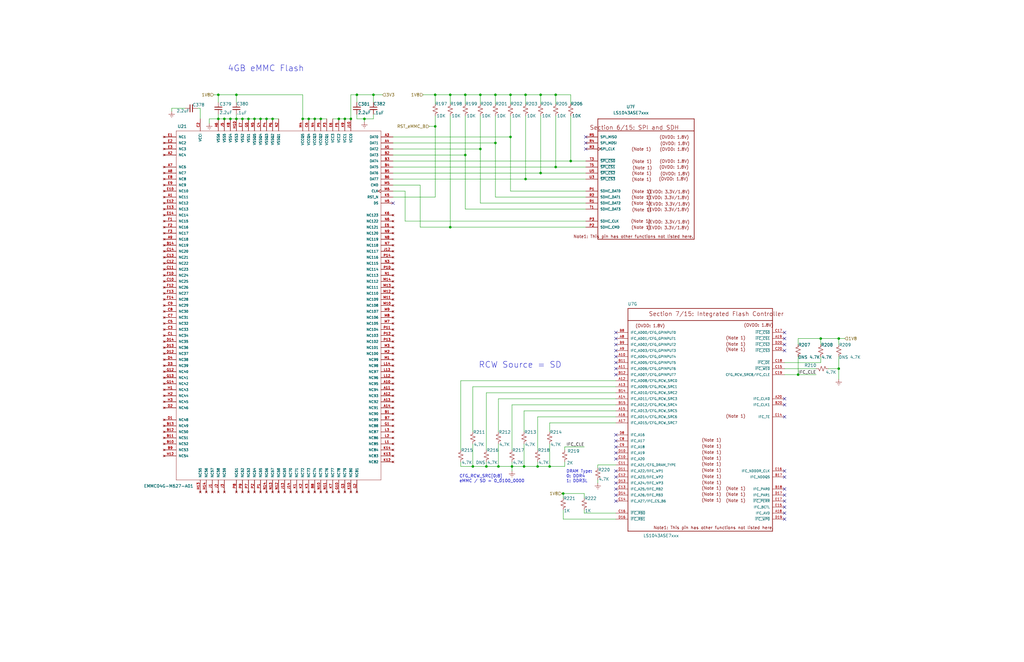
<source format=kicad_sch>
(kicad_sch (version 20200828) (generator eeschema)
  (page 9 12)
  (paper "USLedger")
  (title_block (title "AP2100-power-proto") (date "2020-10-06") (rev "1") (company "ISis ImageStream Internet Solutions, Inc."))
  (lib_symbols
    (symbol "AP2100-rescue:GND-Scott" (power) (pin_names (offset 0))
      (property "Value" "GND-Scott" (at 0 -3.81 0))
      (symbol "GND-Scott_1_1"
        (pin power_in line (at 0 0 270) (length 0) hide (name "GND") (number "1"))
      )
    )
    (symbol "AP2100-rescue:LS1043ASE7KQB-Layerscape" (pin_names (offset 1.016))
      (property "Reference" "U" (at 0 0 0))
      (property "Value" "LS1043ASE7KQB-Layerscape" (at 0 2.54 0))
      (symbol "LS1043ASE7KQB-Layerscape_1_1"
        (text "Section 1/15 Digital Ground Pins" (at -18.796 88.1126 0) (effects (font (size 1.778 1.778)) (justify left bottom)))
        (pin power_in line (at -25.4 83.82 0) (length 5.08) (name "GND001") (number "A2"))
        (pin power_in line (at -25.4 78.74 0) (length 5.08) (name "GND003") (number "A24"))
        (pin power_in line (at -25.4 81.28 0) (length 5.08) (name "GND002") (number "A5"))
        (pin power_in line (at 25.4 -78.74 180) (length 5.08) (name "GND135") (number "AB2"))
        (pin power_in line (at 25.4 -81.28 180) (length 5.08) (name "GND136") (number "AB4"))
        (pin power_in line (at 25.4 -83.82 180) (length 5.08) (name "GND137") (number "AD1"))
        (pin power_in line (at 25.4 -86.36 180) (length 5.08) (name "GND138") (number "AD4"))
        (pin power_in line (at 25.4 -88.9 180) (length 5.08) (name "GND139") (number "AE2"))
        (pin power_in line (at -25.4 68.58 0) (length 5.08) (name "GND007") (number "B10"))
        (pin power_in line (at -25.4 66.04 0) (length 5.08) (name "GND008") (number "B13"))
        (pin power_in line (at -25.4 63.5 0) (length 5.08) (name "GND009") (number "B16"))
        (pin power_in line (at -25.4 60.96 0) (length 5.08) (name "GND010") (number "B19"))
        (pin power_in line (at -25.4 58.42 0) (length 5.08) (name "GND011") (number "B21"))
        (pin power_in line (at -25.4 55.88 0) (length 5.08) (name "GND012") (number "B25"))
        (pin power_in line (at -25.4 76.2 0) (length 5.08) (name "GND004") (number "B3"))
        (pin power_in line (at -25.4 73.66 0) (length 5.08) (name "GND005") (number "B4"))
        (pin power_in line (at -25.4 71.12 0) (length 5.08) (name "GND006") (number "B7"))
        (pin power_in line (at -25.4 53.34 0) (length 5.08) (name "GND013") (number "C1"))
        (pin power_in line (at -25.4 50.8 0) (length 5.08) (name "GND014") (number "C2"))
        (pin power_in line (at -25.4 45.72 0) (length 5.08) (name "GND016") (number "C23"))
        (pin power_in line (at -25.4 48.26 0) (length 5.08) (name "GND015") (number "C5"))
        (pin power_in line (at -25.4 33.02 0) (length 5.08) (name "GND021") (number "D12"))
        (pin power_in line (at -25.4 30.48 0) (length 5.08) (name "GND022") (number "D15"))
        (pin power_in line (at -25.4 27.94 0) (length 5.08) (name "GND023") (number "D18"))
        (pin power_in line (at -25.4 25.4 0) (length 5.08) (name "GND024") (number "D21"))
        (pin power_in line (at -25.4 43.18 0) (length 5.08) (name "GND017") (number "D3"))
        (pin power_in line (at -25.4 40.64 0) (length 5.08) (name "GND018") (number "D4"))
        (pin power_in line (at -25.4 38.1 0) (length 5.08) (name "GND019") (number "D7"))
        (pin power_in line (at -25.4 35.56 0) (length 5.08) (name "GND020") (number "D9"))
        (pin power_in line (at -25.4 22.86 0) (length 5.08) (name "GND025") (number "E1"))
        (pin power_in line (at -25.4 20.32 0) (length 5.08) (name "GND026") (number "E2"))
        (pin power_in line (at -25.4 15.24 0) (length 5.08) (name "GND028") (number "E22"))
        (pin power_in line (at -25.4 12.7 0) (length 5.08) (name "GND029") (number "E24"))
        (pin power_in line (at -25.4 17.78 0) (length 5.08) (name "GND027") (number "E5"))
        (pin power_in line (at -25.4 0 0) (length 5.08) (name "GND034") (number "F11"))
        (pin power_in line (at -25.4 -2.54 0) (length 5.08) (name "GND035") (number "F12"))
        (pin power_in line (at -25.4 -5.08 0) (length 5.08) (name "GND036") (number "F13"))
        (pin power_in line (at -25.4 -7.62 0) (length 5.08) (name "GND037") (number "F17"))
        (pin power_in line (at -25.4 -10.16 0) (length 5.08) (name "GND038") (number "F20"))
        (pin power_in line (at -25.4 10.16 0) (length 5.08) (name "GND030") (number "F3"))
        (pin power_in line (at -25.4 7.62 0) (length 5.08) (name "GND031") (number "F4"))
        (pin power_in line (at -25.4 5.08 0) (length 5.08) (name "GND032") (number "F7"))
        (pin power_in line (at -25.4 2.54 0) (length 5.08) (name "GND033") (number "F8"))
        (pin power_in line (at -25.4 -12.7 0) (length 5.08) (name "GND039") (number "G1"))
        (pin power_in line (at -25.4 -15.24 0) (length 5.08) (name "GND040") (number "G2"))
        (pin power_in line (at -25.4 -17.78 0) (length 5.08) (name "GND041") (number "G22"))
        (pin power_in line (at -25.4 -20.32 0) (length 5.08) (name "GND042") (number "G24"))
        (pin power_in line (at -25.4 -35.56 0) (length 5.08) (name "GND048") (number "H10"))
        (pin power_in line (at -25.4 -38.1 0) (length 5.08) (name "GND049") (number "H11"))
        (pin power_in line (at -25.4 -40.64 0) (length 5.08) (name "GND050") (number "H12"))
        (pin power_in line (at -25.4 -43.18 0) (length 5.08) (name "GND051") (number "H13"))
        (pin power_in line (at -25.4 -45.72 0) (length 5.08) (name "GND052") (number "H14"))
        (pin power_in line (at -25.4 -48.26 0) (length 5.08) (name "GND053") (number "H15"))
        (pin power_in line (at -25.4 -50.8 0) (length 5.08) (name "GND054") (number "H16"))
        (pin power_in line (at -25.4 -53.34 0) (length 5.08) (name "GND055") (number "H17"))
        (pin power_in line (at -25.4 -22.86 0) (length 5.08) (name "GND043") (number "H3"))
        (pin power_in line (at -25.4 -25.4 0) (length 5.08) (name "GND044") (number "H4"))
        (pin power_in line (at -25.4 -27.94 0) (length 5.08) (name "GND045") (number "H5"))
        (pin power_in line (at -25.4 -30.48 0) (length 5.08) (name "GND046") (number "H8"))
        (pin power_in line (at -25.4 -33.02 0) (length 5.08) (name "GND047") (number "H9"))
        (pin power_in line (at -25.4 -58.42 0) (length 5.08) (name "GND057") (number "J19"))
        (pin power_in line (at -25.4 -60.96 0) (length 5.08) (name "GND058") (number "J20"))
        (pin power_in line (at -25.4 -63.5 0) (length 5.08) (name "GND059") (number "J24"))
        (pin power_in line (at -25.4 -55.88 0) (length 5.08) (name "GND056") (number "J7"))
        (pin power_in line (at -25.4 -73.66 0) (length 5.08) (name "GND063") (number "K10"))
        (pin power_in line (at -25.4 -76.2 0) (length 5.08) (name "GND064") (number "K12"))
        (pin power_in line (at -25.4 -78.74 0) (length 5.08) (name "GND065") (number "K14"))
        (pin power_in line (at -25.4 -81.28 0) (length 5.08) (name "GND066") (number "K16"))
        (pin power_in line (at -25.4 -83.82 0) (length 5.08) (name "GND067") (number "K19"))
        (pin power_in line (at -25.4 -66.04 0) (length 5.08) (name "GND060") (number "K2"))
        (pin power_in line (at -25.4 -86.36 0) (length 5.08) (name "GND068") (number "K22"))
        (pin power_in line (at -25.4 -68.58 0) (length 5.08) (name "GND061") (number "K4"))
        (pin power_in line (at -25.4 -71.12 0) (length 5.08) (name "GND062") (number "K7"))
        (pin power_in line (at 25.4 83.82 180) (length 5.08) (name "GND071") (number "L11"))
        (pin power_in line (at 25.4 81.28 180) (length 5.08) (name "GND072") (number "L13"))
        (pin power_in line (at 25.4 78.74 180) (length 5.08) (name "GND073") (number "L15"))
        (pin power_in line (at 25.4 76.2 180) (length 5.08) (name "GND074") (number "L17"))
        (pin power_in line (at 25.4 73.66 180) (length 5.08) (name "GND075") (number "L19"))
        (pin power_in line (at 25.4 71.12 180) (length 5.08) (name "GND076") (number "L20"))
        (pin power_in line (at 25.4 68.58 180) (length 5.08) (name "GND077") (number "L24"))
        (pin power_in line (at -25.4 -88.9 0) (length 5.08) (name "GND069") (number "L7"))
        (pin power_in line (at 0 -99.06 90) (length 5.08) (name "GND070") (number "L9"))
        (pin power_in line (at 25.4 63.5 180) (length 5.08) (name "GND079") (number "M10"))
        (pin power_in line (at 25.4 60.96 180) (length 5.08) (name "GND080") (number "M12"))
        (pin power_in line (at 25.4 58.42 180) (length 5.08) (name "GND081") (number "M14"))
        (pin power_in line (at 25.4 55.88 180) (length 5.08) (name "GND082") (number "M16"))
        (pin power_in line (at 25.4 53.34 180) (length 5.08) (name "GND083") (number "M19"))
        (pin power_in line (at 25.4 50.8 180) (length 5.08) (name "GND084") (number "M22"))
        (pin power_in line (at 25.4 66.04 180) (length 5.08) (name "GND078") (number "M7"))
        (pin power_in line (at 25.4 38.1 180) (length 5.08) (name "GND089") (number "N11"))
        (pin power_in line (at 25.4 35.56 180) (length 5.08) (name "GND090") (number "N13"))
        (pin power_in line (at 25.4 33.02 180) (length 5.08) (name "GND091") (number "N15"))
        (pin power_in line (at 25.4 30.48 180) (length 5.08) (name "GND092") (number "N17"))
        (pin power_in line (at 25.4 27.94 180) (length 5.08) (name "GND093") (number "N19"))
        (pin power_in line (at 25.4 48.26 180) (length 5.08) (name "GND085") (number "N2"))
        (pin power_in line (at 25.4 25.4 180) (length 5.08) (name "GND094") (number "N20"))
        (pin power_in line (at 25.4 45.72 180) (length 5.08) (name "GND086") (number "N4"))
        (pin power_in line (at 25.4 43.18 180) (length 5.08) (name "GND087") (number "N6"))
        (pin power_in line (at 25.4 40.64 180) (length 5.08) (name "GND088") (number "N9"))
        (pin power_in line (at 25.4 17.78 180) (length 5.08) (name "GND097") (number "P10"))
        (pin power_in line (at 25.4 15.24 180) (length 5.08) (name "GND098") (number "P12"))
        (pin power_in line (at 25.4 12.7 180) (length 5.08) (name "GND099") (number "P14"))
        (pin power_in line (at 25.4 10.16 180) (length 5.08) (name "GND100") (number "P16"))
        (pin power_in line (at 25.4 7.62 180) (length 5.08) (name "GND101") (number "P19"))
        (pin power_in line (at 25.4 5.08 180) (length 5.08) (name "GND102") (number "P22"))
        (pin power_in line (at 25.4 2.54 180) (length 5.08) (name "GND103") (number "P24"))
        (pin power_in line (at 25.4 22.86 180) (length 5.08) (name "GND095") (number "P7"))
        (pin power_in line (at 25.4 20.32 180) (length 5.08) (name "GND096") (number "P8"))
        (pin power_in line (at 25.4 -2.54 180) (length 5.08) (name "GND105") (number "R11"))
        (pin power_in line (at 25.4 -5.08 180) (length 5.08) (name "GND106") (number "R13"))
        (pin power_in line (at 25.4 -7.62 180) (length 5.08) (name "GND107") (number "R15"))
        (pin power_in line (at 25.4 -10.16 180) (length 5.08) (name "GND108") (number "R17"))
        (pin power_in line (at 25.4 -12.7 180) (length 5.08) (name "GND109") (number "R19"))
        (pin power_in line (at 25.4 -15.24 180) (length 5.08) (name "GND110") (number "R25"))
        (pin power_in line (at 25.4 0 180) (length 5.08) (name "GND104") (number "R9"))
        (pin power_in line (at 25.4 -25.4 180) (length 5.08) (name "GND114") (number "T10"))
        (pin power_in line (at 25.4 -27.94 180) (length 5.08) (name "GND115") (number "T12"))
        (pin power_in line (at 25.4 -30.48 180) (length 5.08) (name "GND116") (number "T14"))
        (pin power_in line (at 25.4 -17.78 180) (length 5.08) (name "GND111") (number "T2"))
        (pin power_in line (at 25.4 -33.02 180) (length 5.08) (name "GND117") (number "T20"))
        (pin power_in line (at 25.4 -20.32 180) (length 5.08) (name "GND112") (number "T4"))
        (pin power_in line (at 25.4 -22.86 180) (length 5.08) (name "GND113") (number "T8"))
        (pin power_in line (at 25.4 -40.64 180) (length 5.08) (name "GND120") (number "U11"))
        (pin power_in line (at 25.4 -43.18 180) (length 5.08) (name "GND121") (number "U20"))
        (pin power_in line (at 25.4 -35.56 180) (length 5.08) (name "GND118") (number "U6"))
        (pin power_in line (at 25.4 -38.1 180) (length 5.08) (name "GND119") (number "U9"))
        (pin power_in line (at 25.4 -53.34 180) (length 5.08) (name "GND125") (number "V10"))
        (pin power_in line (at 25.4 -55.88 180) (length 5.08) (name "GND126") (number "V11"))
        (pin power_in line (at 25.4 -58.42 180) (length 5.08) (name "GND127") (number "V12"))
        (pin power_in line (at 25.4 -60.96 180) (length 5.08) (name "GND128") (number "V13"))
        (pin power_in line (at 25.4 -63.5 180) (length 5.08) (name "GND129") (number "V14"))
        (pin power_in line (at 25.4 -45.72 180) (length 5.08) (name "GND122") (number "V2"))
        (pin power_in line (at 25.4 -66.04 180) (length 5.08) (name "GND130") (number "V20"))
        (pin power_in line (at 25.4 -48.26 180) (length 5.08) (name "GND123") (number "V8"))
        (pin power_in line (at 25.4 -50.8 180) (length 5.08) (name "GND124") (number "V9"))
        (pin power_in line (at 25.4 -71.12 180) (length 5.08) (name "GND132") (number "W20"))
        (pin power_in line (at 25.4 -68.58 180) (length 5.08) (name "GND131") (number "W4"))
        (pin power_in line (at 25.4 -73.66 180) (length 5.08) (name "GND133") (number "Y2"))
        (pin power_in line (at 25.4 -76.2 180) (length 5.08) (name "GND134") (number "Y20"))
      )
      (symbol "LS1043ASE7KQB-Layerscape_2_1"
        (text "Section 2/15 SerDes Ground Pins" (at -18.542 25.2984 0) (effects (font (size 1.778 1.778)) (justify left bottom)))
        (pin power_in line (at -43.18 -21.59 0) (length 5.08) (name "SD_GND18") (number "AA13"))
        (pin power_in line (at -43.18 -24.13 0) (length 5.08) (name "SD_GND19") (number "AA16"))
        (pin power_in line (at 0 -34.29 90) (length 5.08) (name "SD_GND20") (number "AA19"))
        (pin power_in line (at 43.18 21.59 180) (length 5.08) (name "SD_GND21") (number "AB13"))
        (pin power_in line (at 43.18 19.05 180) (length 5.08) (name "SD_GND22") (number "AB16"))
        (pin power_in line (at 43.18 16.51 180) (length 5.08) (name "SD_GND23") (number "AB19"))
        (pin power_in line (at 43.18 13.97 180) (length 5.08) (name "SD_GND24") (number "AC13"))
        (pin power_in line (at 43.18 11.43 180) (length 5.08) (name "SD_GND25") (number "AC14"))
        (pin power_in line (at 43.18 8.89 180) (length 5.08) (name "SD_GND26") (number "AC15"))
        (pin power_in line (at 43.18 6.35 180) (length 5.08) (name "SD_GND27") (number "AC16"))
        (pin power_in line (at 43.18 3.81 180) (length 5.08) (name "SD_GND28") (number "AC17"))
        (pin power_in line (at 43.18 1.27 180) (length 5.08) (name "SD_GND29") (number "AC18"))
        (pin power_in line (at 43.18 -1.27 180) (length 5.08) (name "SD_GND30") (number "AC19"))
        (pin power_in line (at 43.18 -3.81 180) (length 5.08) (name "SD_GND31") (number "AC20"))
        (pin power_in line (at 43.18 -6.35 180) (length 5.08) (name "SD_GND32") (number "AD13"))
        (pin power_in line (at 43.18 -8.89 180) (length 5.08) (name "SD_GND33") (number "AD16"))
        (pin power_in line (at 43.18 -11.43 180) (length 5.08) (name "SD_GND34") (number "AD19"))
        (pin power_in line (at 43.18 -13.97 180) (length 5.08) (name "SD_GND35") (number "AD21"))
        (pin power_in line (at 43.18 -16.51 180) (length 5.08) (name "SD_GND36") (number "AE13"))
        (pin power_in line (at 43.18 -19.05 180) (length 5.08) (name "SD_GND37") (number "AE16"))
        (pin power_in line (at 43.18 -21.59 180) (length 5.08) (name "SD_GND38") (number "AE19"))
        (pin power_in line (at 43.18 -24.13 180) (length 5.08) (name "SD_GND39") (number "AE21"))
        (pin power_in line (at -43.18 21.59 0) (length 5.08) (name "SD_GND01") (number "U15"))
        (pin power_in line (at -43.18 19.05 0) (length 5.08) (name "SD_GND02") (number "U16"))
        (pin power_in line (at -43.18 16.51 0) (length 5.08) (name "SD_GND03") (number "U17"))
        (pin power_in line (at -43.18 13.97 0) (length 5.08) (name "SD_GND04") (number "U18"))
        (pin power_in line (at -43.18 11.43 0) (length 5.08) (name "SD_GND05") (number "U19"))
        (pin power_in line (at -43.18 6.35 0) (length 5.08) (name "SD_GND07") (number "W11"))
        (pin power_in line (at -43.18 8.89 0) (length 5.08) (name "SD_GND06") (number "W8"))
        (pin power_in line (at -43.18 -1.27 0) (length 5.08) (name "SD_GND10") (number "Y10"))
        (pin power_in line (at -43.18 -3.81 0) (length 5.08) (name "SD_GND11") (number "Y11"))
        (pin power_in line (at -43.18 -6.35 0) (length 5.08) (name "SD_GND12") (number "Y12"))
        (pin power_in line (at -43.18 -8.89 0) (length 5.08) (name "SD_GND13") (number "Y14"))
        (pin power_in line (at -43.18 -11.43 0) (length 5.08) (name "SD_GND14") (number "Y15"))
        (pin power_in line (at -43.18 -13.97 0) (length 5.08) (name "SD_GND15") (number "Y16"))
        (pin power_in line (at -43.18 -16.51 0) (length 5.08) (name "SD_GND16") (number "Y17"))
        (pin power_in line (at -43.18 -19.05 0) (length 5.08) (name "SD_GND17") (number "Y18"))
        (pin power_in line (at -43.18 3.81 0) (length 5.08) (name "SD_GND08") (number "Y8"))
        (pin power_in line (at -43.18 1.27 0) (length 5.08) (name "SD_GND09") (number "Y9"))
      )
      (symbol "LS1043ASE7KQB-Layerscape_3_1"
        (text "(1.35V)" (at 11.9888 -26.543 0) (effects (font (size 1.27 1.27)) (justify left bottom)))
        (text "(1.8V)" (at -15.5702 -54.2036 0) (effects (font (size 1.27 1.27)) (justify left bottom)))
        (text "(1V/0.9V)" (at -15.5194 62.738 0) (effects (font (size 1.27 1.27)) (justify left bottom)))
        (text "(1V/0.9V)" (at 12.2936 62.6872 0) (effects (font (size 1.27 1.27)) (justify left bottom)))
        (text "(2.5V/1.8V/1.2V)" (at 6.985 -67.183 0) (effects (font (size 1.27 1.27)) (justify left bottom)))
        (text "(3.3V)" (at 9.5504 -56.9722 0) (effects (font (size 1.27 1.27)) (justify left bottom)))
        (text "(Power Sense Pins)" (at 6.5532 -75.184 0) (effects (font (size 1.27 1.27)) (justify left bottom)))
        (text "(Pull-down/1V/0.9V)" (at 4.7752 -8.4582 0) (effects (font (size 1.27 1.27)) (justify left bottom)))
        (text "Section 3/15 Power Pins" (at -10.8204 69.596 0) (effects (font (size 1.778 1.778)) (justify left bottom)))
        (pin power_in line (at -22.86 -58.42 0) (length 5.08) (name "AVDD_CGA2") (number "G11"))
        (pin power_in line (at -22.86 -55.88 0) (length 5.08) (name "AVDD_CGA1") (number "G12"))
        (pin power_in line (at -22.86 -66.04 0) (length 5.08) (name "AVDD_PLAT") (number "G13"))
        (pin power_in line (at -22.86 -48.26 0) (length 5.08) (name "TA_BB_VDD") (number "H20"))
        (pin power_in line (at -22.86 -27.94 0) (length 5.08) (name "USB_SVDD1") (number "J10"))
        (pin power_in line (at -22.86 -30.48 0) (length 5.08) (name "USB_SVDD2") (number "J11"))
        (pin power_in line (at 27.94 -60.96 180) (length 5.08) (name "USB_HVDD1") (number "J8"))
        (pin power_in line (at 27.94 -58.42 180) (length 5.08) (name "USB_HVDD2") (number "J9"))
        (pin power_in line (at -22.86 -43.18 0) (length 5.08) (name "USB_SDVDD2") (number "K11"))
        (pin power_in line (at -22.86 60.96 0) (length 5.08) (name "VDD01") (number "K13"))
        (pin power_in line (at -22.86 55.88 0) (length 5.08) (name "VDD02") (number "K15"))
        (pin power_in line (at -22.86 50.8 0) (length 5.08) (name "VDD03") (number "K17"))
        (pin power_in line (at -22.86 -40.64 0) (length 5.08) (name "USB_SDVDD1") (number "K9"))
        (pin power_in line (at -22.86 45.72 0) (length 5.08) (name "VDD04") (number "L10"))
        (pin power_in line (at -22.86 40.64 0) (length 5.08) (name "VDD05") (number "L12"))
        (pin power_in line (at -22.86 35.56 0) (length 5.08) (name "VDD06") (number "L14"))
        (pin power_in line (at -22.86 30.48 0) (length 5.08) (name "VDD07") (number "L16"))
        (pin power_in line (at -22.86 25.4 0) (length 5.08) (name "VDD09") (number "M11"))
        (pin power_in line (at -22.86 22.86 0) (length 5.08) (name "VDD10") (number "M13"))
        (pin power_in line (at -22.86 20.32 0) (length 5.08) (name "VDD11") (number "M15"))
        (pin power_in line (at -22.86 15.24 0) (length 5.08) (name "VDD12") (number "M17"))
        (pin power_in line (at -22.86 27.94 0) (length 5.08) (name "VDD08") (number "M9"))
        (pin power_in line (at -22.86 5.08 0) (length 5.08) (name "VDD14") (number "N10"))
        (pin power_in line (at -22.86 0 0) (length 5.08) (name "VDD15") (number "N12"))
        (pin power_in line (at -22.86 -5.08 0) (length 5.08) (name "VDD16") (number "N14"))
        (pin power_in line (at 27.94 2.54 180) (length 5.08) (name "VDD17") (number "N16"))
        (pin power_in line (at -22.86 10.16 0) (length 5.08) (name "VDD13") (number "N8"))
        (pin power_in line (at 27.94 5.08 180) (length 5.08) (name "VDD19") (number "P11"))
        (pin power_in line (at 27.94 7.62 180) (length 5.08) (name "VDD20") (number "P13"))
        (pin power_in line (at 27.94 10.16 180) (length 5.08) (name "VDD21") (number "P15"))
        (pin power_in line (at 27.94 15.24 180) (length 5.08) (name "VDD22") (number "P17"))
        (pin power_in line (at 27.94 0 180) (length 5.08) (name "VDD18") (number "P9"))
        (pin power_in line (at 27.94 22.86 180) (length 5.08) (name "VDD24") (number "R10"))
        (pin power_in line (at 27.94 27.94 180) (length 5.08) (name "VDD25") (number "R12"))
        (pin power_in line (at 27.94 30.48 180) (length 5.08) (name "VDD26") (number "R14"))
        (pin power_in line (at 27.94 33.02 180) (length 5.08) (name "VDD27") (number "R16"))
        (pin power_in line (at 27.94 38.1 180) (length 5.08) (name "VDD28") (number "R18"))
        (pin power_in line (at 27.94 -10.16 180) (length 5.08) (name "FA_VL") (number "R7"))
        (pin power_in line (at 27.94 17.78 180) (length 5.08) (name "VDD23") (number "R8"))
        (pin power_in line (at 27.94 45.72 180) (length 5.08) (name "VDD30") (number "T11"))
        (pin power_in line (at 27.94 50.8 180) (length 5.08) (name "VDD31") (number "T13"))
        (pin power_in line (at -22.86 -12.7 0) (length 5.08) (name "S1VDD1") (number "T15"))
        (pin power_in line (at -22.86 -15.24 0) (length 5.08) (name "S1VDD2") (number "T16"))
        (pin power_in line (at -22.86 -17.78 0) (length 5.08) (name "S1VDD3") (number "T17"))
        (pin power_in line (at -22.86 -20.32 0) (length 5.08) (name "S1VDD4") (number "T18"))
        (pin power_in line (at -22.86 -71.12 0) (length 5.08) (name "AVDD_D1") (number "T19"))
        (pin power_in line (at 27.94 43.18 180) (length 5.08) (name "VDD29") (number "T9"))
        (pin power_in line (at 27.94 60.96 180) (length 5.08) (name "VDD33") (number "U10"))
        (pin power_in line (at 27.94 55.88 180) (length 5.08) (name "VDD32") (number "U8"))
        (pin power_in line (at 27.94 -48.26 180) (length 5.08) (name "AVDD_SD1_PLL2") (number "V19"))
        (pin power_in line (at 27.94 -68.58 180) (length 5.08) (name "TVDD") (number "V6"))
        (pin power_in line (at 27.94 -78.74 180) (length 5.08) (name "SENSEGND") (number "V7"))
        (pin power_in line (at 27.94 -43.18 180) (length 5.08) (name "AVDD_SD1_PLL1") (number "W12"))
        (pin power_in line (at -22.86 -22.86 0) (length 5.08) (name "S1VDD5") (number "W14"))
        (pin power_in line (at 27.94 -27.94 180) (length 5.08) (name "X1VDD1") (number "W15"))
        (pin power_in line (at 27.94 -30.48 180) (length 5.08) (name "X1VDD2") (number "W16"))
        (pin power_in line (at 27.94 -33.02 180) (length 5.08) (name "X1VDD3") (number "W17"))
        (pin power_in line (at 27.94 -35.56 180) (length 5.08) (name "X1VDD4") (number "W18"))
        (pin power_in line (at 27.94 -76.2 180) (length 5.08) (name "SENSEVDD") (number "W7"))
        (pin power_in line (at 27.94 -38.1 180) (length 5.08) (name "X1VDD5") (number "Y19"))
      )
      (symbol "LS1043ASE7KQB-Layerscape_4_1"
        (text "Section 4/15: Power Pins" (at -12.6492 61.468 0) (effects (font (size 1.778 1.778)) (justify left bottom)))
        (pin power_in line (at -29.21 -31.75 0) (length 5.08) (name "G1VDD18") (number "AA20"))
        (pin power_in line (at -29.21 -36.83 0) (length 5.08) (name "G1VDD19") (number "AB22"))
        (pin power_in line (at -29.21 -41.91 0) (length 5.08) (name "G1VDD20") (number "AB24"))
        (pin power_in line (at -29.21 -46.99 0) (length 5.08) (name "G1VDD21") (number "AD22"))
        (pin power_in line (at -29.21 -52.07 0) (length 5.08) (name "G1VDD22") (number "AD25"))
        (pin power_in line (at -29.21 -57.15 0) (length 5.08) (name "G1VDD23") (number "AE24"))
        (pin bidirectional line (at 31.75 -3.81 180) (length 5.08) (name "TA_PROG_SEP") (number "F14"))
        (pin bidirectional line (at 31.75 6.35 180) (length 5.08) (name "PROG_MTR") (number "G14"))
        (pin power_in line (at 31.75 54.61 180) (length 5.08) (name "OVDD1") (number "J12"))
        (pin power_in line (at 31.75 49.53 180) (length 5.08) (name "OVDD2") (number "J13"))
        (pin power_in line (at 31.75 44.45 180) (length 5.08) (name "OVDD3") (number "J14"))
        (pin power_in line (at 31.75 39.37 180) (length 5.08) (name "OVDD4") (number "J15"))
        (pin power_in line (at 31.75 34.29 180) (length 5.08) (name "OVDD5") (number "J16"))
        (pin power_in line (at 31.75 29.21 180) (length 5.08) (name "OVDD6") (number "J17"))
        (pin power_in line (at -29.21 54.61 0) (length 5.08) (name "G1VDD01") (number "J18"))
        (pin power_in line (at -29.21 49.53 0) (length 5.08) (name "G1VDD02") (number "K18"))
        (pin power_in line (at -29.21 44.45 0) (length 5.08) (name "G1VDD03") (number "K20"))
        (pin power_in line (at 31.75 -24.13 180) (length 5.08) (name "DVDD1") (number "K8"))
        (pin power_in line (at -29.21 39.37 0) (length 5.08) (name "G1VDD04") (number "L18"))
        (pin power_in line (at 31.75 -26.67 180) (length 5.08) (name "DVVD2") (number "L8"))
        (pin power_in line (at -29.21 34.29 0) (length 5.08) (name "G1VDD05") (number "M18"))
        (pin power_in line (at -29.21 29.21 0) (length 5.08) (name "G1VDD06") (number "M20"))
        (pin power_in line (at 31.75 -36.83 180) (length 5.08) (name "EVDD") (number "M8"))
        (pin power_in line (at -29.21 24.13 0) (length 5.08) (name "G1VDD07") (number "N18"))
        (pin power_in line (at 31.75 24.13 180) (length 5.08) (name "0VDD7") (number "N7"))
        (pin power_in line (at -29.21 19.05 0) (length 5.08) (name "G1VDD08") (number "P18"))
        (pin power_in line (at -29.21 13.97 0) (length 5.08) (name "G1VDD09") (number "P20"))
        (pin power_in line (at -29.21 8.89 0) (length 5.08) (name "G1VDD10") (number "R21"))
        (pin power_in line (at -29.21 3.81 0) (length 5.08) (name "G1VDD11") (number "R23"))
        (pin power_in line (at -29.21 -1.27 0) (length 5.08) (name "G1VDD12") (number "T22"))
        (pin power_in line (at -29.21 -6.35 0) (length 5.08) (name "G1VDD13") (number "T24"))
        (pin power_in line (at 31.75 16.51 180) (length 5.08) (name "TH_VDD") (number "T6"))
        (pin power_in line (at 31.75 -57.15 180) (length 5.08) (name "LVDD1") (number "U12"))
        (pin power_in line (at 31.75 -52.07 180) (length 5.08) (name "LVDD2") (number "U13"))
        (pin power_in line (at 31.75 -46.99 180) (length 5.08) (name "LVDD3") (number "U14"))
        (pin power_in line (at -29.21 -11.43 0) (length 5.08) (name "G1VDD14") (number "V22"))
        (pin power_in line (at -29.21 -16.51 0) (length 5.08) (name "G1VDD15") (number "V24"))
        (pin power_in line (at -29.21 -21.59 0) (length 5.08) (name "G1VDD16") (number "Y22"))
        (pin power_in line (at -29.21 -26.67 0) (length 5.08) (name "G1VDD17") (number "Y24"))
      )
      (symbol "LS1043ASE7KQB-Layerscape_5_1"
        (text "(Analog)" (at -36.9316 -29.8704 0) (effects (font (size 1.27 1.27)) (justify left bottom)))
        (text "(Analog)" (at 16.002 -4.4958 0) (effects (font (size 1.27 1.27)) (justify left bottom)))
        (text "(Analog)" (at 16.129 -7.0104 0) (effects (font (size 1.27 1.27)) (justify left bottom)))
        (text "(DVDD: 2.5V/1.8V)" (at 15.9004 -14.6812 0) (effects (font (size 1.27 1.27)) (justify left bottom)))
        (text "(DVDD: 2.5V/1.8V)" (at 16.2052 -17.1958 0) (effects (font (size 1.27 1.27)) (justify left bottom)))
        (text "(DVDD: 3.3V/1.8V)" (at -37.5412 26.0858 0) (effects (font (size 1.27 1.27)) (justify left bottom)))
        (text "(DVDD: 3.3V/1.8V)" (at -37.5158 15.9004 0) (effects (font (size 1.27 1.27)) (justify left bottom)))
        (text "(DVDD: 3.3V/1.8V)" (at -37.3634 13.335 0) (effects (font (size 1.27 1.27)) (justify left bottom)))
        (text "(DVDD: 3.3V/1.8V)" (at -37.3634 28.6258 0) (effects (font (size 1.27 1.27)) (justify left bottom)))
        (text "(DVDD: 3.3V/1.8V)" (at -37.338 18.4404 0) (effects (font (size 1.27 1.27)) (justify left bottom)))
        (text "(DVDD: 3.3V/1.8V)" (at -37.2618 31.1658 0) (effects (font (size 1.27 1.27)) (justify left bottom)))
        (text "(DVDD: 3.3V/1.8V)" (at -37.1348 23.5204 0) (effects (font (size 1.27 1.27)) (justify left bottom)))
        (text "(DVDD: 3.3V/1.8V)" (at -37.0332 20.955 0) (effects (font (size 1.27 1.27)) (justify left bottom)))
        (text "(DVDD: 3.3V/1.8V)" (at 16.0782 41.3512 0) (effects (font (size 1.27 1.27)) (justify left bottom)))
        (text "(DVDD: 3.3V/1.8V)" (at 16.1036 15.9004 0) (effects (font (size 1.27 1.27)) (justify left bottom)))
        (text "(DVDD: 3.3V/1.8V)" (at 16.1036 28.6258 0) (effects (font (size 1.27 1.27)) (justify left bottom)))
        (text "(DVDD: 3.3V/1.8V)" (at 16.1798 20.9804 0) (effects (font (size 1.27 1.27)) (justify left bottom)))
        (text "(DVDD: 3.3V/1.8V)" (at 16.1798 33.7058 0) (effects (font (size 1.27 1.27)) (justify left bottom)))
        (text "(DVDD: 3.3V/1.8V)" (at 16.2052 13.335 0) (effects (font (size 1.27 1.27)) (justify left bottom)))
        (text "(DVDD: 3.3V/1.8V)" (at 16.2052 23.5204 0) (effects (font (size 1.27 1.27)) (justify left bottom)))
        (text "(DVDD: 3.3V/1.8V)" (at 16.2052 36.2458 0) (effects (font (size 1.27 1.27)) (justify left bottom)))
        (text "(DVDD: 3.3V/1.8V)" (at 16.2306 26.0604 0) (effects (font (size 1.27 1.27)) (justify left bottom)))
        (text "(DVDD: 3.3V/1.8V)" (at 16.383 38.7604 0) (effects (font (size 1.27 1.27)) (justify left bottom)))
        (text "(LVDD: 2.5V/1.8V)" (at -37.5158 33.7312 0) (effects (font (size 1.27 1.27)) (justify left bottom)))
        (text "(Note 1)" (at -19.1262 15.9004 0) (effects (font (size 1.27 1.27)) (justify left bottom)))
        (text "(Note 1)" (at -19.1262 31.1912 0) (effects (font (size 1.27 1.27)) (justify left bottom)))
        (text "(Note 1)" (at -18.9484 20.9804 0) (effects (font (size 1.27 1.27)) (justify left bottom)))
        (text "(Note 1)" (at -18.8976 26.0858 0) (effects (font (size 1.27 1.27)) (justify left bottom)))
        (text "(Note 1)" (at -18.8722 13.335 0) (effects (font (size 1.27 1.27)) (justify left bottom)))
        (text "(Note 1)" (at -18.796 18.4404 0) (effects (font (size 1.27 1.27)) (justify left bottom)))
        (text "(Note 1)" (at -18.7706 28.6004 0) (effects (font (size 1.27 1.27)) (justify left bottom)))
        (text "(Note 1)" (at -18.542 23.495 0) (effects (font (size 1.27 1.27)) (justify left bottom)))
        (text "(Note 1)" (at 3.8608 28.6258 0) (effects (font (size 1.27 1.27)) (justify left bottom)))
        (text "(Note 1)" (at 3.8608 36.2712 0) (effects (font (size 1.27 1.27)) (justify left bottom)))
        (text "(Note 1)" (at 3.8862 26.0858 0) (effects (font (size 1.27 1.27)) (justify left bottom)))
        (text "(Note 1)" (at 4.0132 23.5204 0) (effects (font (size 1.27 1.27)) (justify left bottom)))
        (text "(Note 1)" (at 4.064 41.3512 0) (effects (font (size 1.27 1.27)) (justify left bottom)))
        (text "(Note 1)" (at 4.0894 33.7058 0) (effects (font (size 1.27 1.27)) (justify left bottom)))
        (text "(Note 1)" (at 4.1148 38.7858 0) (effects (font (size 1.27 1.27)) (justify left bottom)))
        (text "(Note 1)" (at 4.3688 20.955 0) (effects (font (size 1.27 1.27)) (justify left bottom)))
        (text "(Note 1)" (at 6.5786 -14.6558 0) (effects (font (size 1.27 1.27)) (justify left bottom)))
        (text "(Note 1)" (at 6.858 -17.1704 0) (effects (font (size 1.27 1.27)) (justify left bottom)))
        (text "(OVDD: 1.8V)" (at -37.6174 -12.1412 0) (effects (font (size 1.27 1.27)) (justify left bottom)))
        (text "(OVDD: 1.8V)" (at -37.4904 -35.052 0) (effects (font (size 1.27 1.27)) (justify left bottom)))
        (text "(OVDD: 1.8V)" (at -37.465 -22.3012 0) (effects (font (size 1.27 1.27)) (justify left bottom)))
        (text "(OVDD: 1.8V)" (at -37.465 36.2712 0) (effects (font (size 1.27 1.27)) (justify left bottom)))
        (text "(OVDD: 1.8V)" (at -37.465 38.8112 0) (effects (font (size 1.27 1.27)) (justify left bottom)))
        (text "(OVDD: 1.8V)" (at -37.4396 -14.6558 0) (effects (font (size 1.27 1.27)) (justify left bottom)))
        (text "(OVDD: 1.8V)" (at -37.3888 -42.672 0) (effects (font (size 1.27 1.27)) (justify left bottom)))
        (text "(OVDD: 1.8V)" (at -37.3888 8.255 0) (effects (font (size 1.27 1.27)) (justify left bottom)))
        (text "(OVDD: 1.8V)" (at -37.3634 -45.212 0) (effects (font (size 1.27 1.27)) (justify left bottom)))
        (text "(OVDD: 1.8V)" (at -37.338 -4.4704 0) (effects (font (size 1.27 1.27)) (justify left bottom)))
        (text "(OVDD: 1.8V)" (at -37.3126 -47.752 0) (effects (font (size 1.27 1.27)) (justify left bottom)))
        (text "(OVDD: 1.8V)" (at -37.3126 41.3512 0) (effects (font (size 1.27 1.27)) (justify left bottom)))
        (text "(OVDD: 1.8V)" (at -37.211 -40.0812 0) (effects (font (size 1.27 1.27)) (justify left bottom)))
        (text "(OVDD: 1.8V)" (at -37.211 -7.0104 0) (effects (font (size 1.27 1.27)) (justify left bottom)))
        (text "(OVDD: 1.8V)" (at -37.1602 -19.7358 0) (effects (font (size 1.27 1.27)) (justify left bottom)))
        (text "(OVDD: 1.8V)" (at -37.1348 -1.9304 0) (effects (font (size 1.27 1.27)) (justify left bottom)))
        (text "(OVDD: 1.8V)" (at -37.1094 -27.3558 0) (effects (font (size 1.27 1.27)) (justify left bottom)))
        (text "(OVDD: 1.8V)" (at -37.0332 -50.2158 0) (effects (font (size 1.27 1.27)) (justify left bottom)))
        (text "(OVDD: 1.8V)" (at 10.9982 8.255 0) (effects (font (size 1.27 1.27)) (justify left bottom)))
        (text "(OVDD: 1.8V)" (at 16.0274 -22.3012 0) (effects (font (size 1.27 1.27)) (justify left bottom)))
        (text "(OVDD: 1.8V)" (at 16.0782 -35.0266 0) (effects (font (size 1.27 1.27)) (justify left bottom)))
        (text "(OVDD: 1.8V)" (at 16.1036 -40.132 0) (effects (font (size 1.27 1.27)) (justify left bottom)))
        (text "(OVDD: 1.8V)" (at 16.129 -32.4866 0) (effects (font (size 1.27 1.27)) (justify left bottom)))
        (text "(OVDD: 1.8V)" (at 16.129 -24.8412 0) (effects (font (size 1.27 1.27)) (justify left bottom)))
        (text "(OVDD: 1.8V)" (at 16.1544 0.6096 0) (effects (font (size 1.27 1.27)) (justify left bottom)))
        (text "(OVDD: 1.8V)" (at 16.2052 -42.6212 0) (effects (font (size 1.27 1.27)) (justify left bottom)))
        (text "(OVDD: 1.8V)" (at 16.2052 3.175 0) (effects (font (size 1.27 1.27)) (justify left bottom)))
        (text "(OVDD: 1.8V)" (at 16.256 -27.3558 0) (effects (font (size 1.27 1.27)) (justify left bottom)))
        (text "(OVDD: 1.8V)" (at 16.2814 -29.8958 0) (effects (font (size 1.27 1.27)) (justify left bottom)))
        (text "(OVDD: 1.8V)" (at 16.3068 -45.1612 0) (effects (font (size 1.27 1.27)) (justify left bottom)))
        (text "(Reserved, Analog)" (at 16.2306 -50.2666 0) (effects (font (size 1.27 1.27)) (justify left bottom)))
        (text "(Reserved, Analog)" (at 16.3576 -47.6758 0) (effects (font (size 1.27 1.27)) (justify left bottom)))
        (text "(TA_BB_VDD: 0.9V/1V)" (at -37.3634 5.715 0) (effects (font (size 1.27 1.27)) (justify left bottom)))
        (text "(TA_BB_VDD: 0.9V/1V)" (at -37.3126 3.175 0) (effects (font (size 1.27 1.27)) (justify left bottom)))
        (text "Note1: This pin has other functions not listed here." (at -26.67 -54.1528 0) (effects (font (size 1.27 1.27)) (justify left bottom)))
        (text "Section 5/15: JTAG, UARTs, Interrupts and Miscellaneous Functions" (at -45.6692 45.8216 0) (effects (font (size 1.778 1.778)) (justify left bottom)))
        (pin bidirectional line (at 67.31 -41.91 180) (length 5.08) (name "~SCAN_MODE~") (number "A21"))
        (pin bidirectional line (at 67.31 3.81 180) (length 5.08) (name "~TBSCAN_EN~") (number "C21"))
        (pin bidirectional line (at 67.31 -21.59 180) (length 5.08) (name "~EVT0~") (number "E10"))
        (pin bidirectional line (at 67.31 -31.75 180) (length 5.08) (name "~EVT4~") (number "E11"))
        (pin bidirectional line (at 67.31 -29.21 180) (length 5.08) (name "~EVT3~") (number "E12"))
        (pin bidirectional line (at 67.31 -24.13 180) (length 5.08) (name "~EVT1~") (number "E13"))
        (pin bidirectional line (at -64.77 -44.45 0) (length 5.08) (name "TCK") (number "E18"))
        (pin bidirectional line (at -64.77 -49.53 0) (length 5.08) (name "~TRST~") (number "E19"))
        (pin bidirectional line (at -64.77 -41.91 0) (length 5.08) (name "TDO") (number "E20"))
        (pin bidirectional line (at 67.31 1.27 180) (length 5.08) (name "~TEST_SEL~") (number "E21"))
        (pin bidirectional line (at 67.31 -26.67 180) (length 5.08) (name "~EVT2~") (number "E8"))
        (pin output line (at 67.31 8.89 180) (length 5.08) (name "ASLEEP/GPIO1_13/CFG_SOIC_USE") (number "E9"))
        (pin input line (at -64.77 -6.35 0) (length 5.08) (name "~PORESET~") (number "F10"))
        (pin bidirectional line (at -64.77 41.91 0) (length 5.08) (name "IRQ00") (number "F15"))
        (pin bidirectional line (at -64.77 -34.29 0) (length 5.08) (name "RTC/GPIO1_14") (number "F16"))
        (pin bidirectional line (at -64.77 -46.99 0) (length 5.08) (name "TMS") (number "F18"))
        (pin bidirectional line (at -64.77 -13.97 0) (length 5.08) (name "DDRCLK") (number "F19"))
        (pin bidirectional line (at 67.31 -44.45 180) (length 5.08) (name "JTAG_BSR_VSEL") (number "F21"))
        (pin input line (at -64.77 -11.43 0) (length 5.08) (name "SYSCLK") (number "F9"))
        (pin bidirectional line (at -64.77 -3.81 0) (length 5.08) (name "~HRESET~") (number "G10"))
        (pin bidirectional line (at -64.77 39.37 0) (length 5.08) (name "IRQ01") (number "G15"))
        (pin bidirectional line (at -64.77 8.89 0) (length 5.08) (name "~TA_TMP_DETECT~") (number "G16"))
        (pin bidirectional line (at -64.77 -26.67 0) (length 5.08) (name "CLK_OUT") (number "G17"))
        (pin bidirectional line (at -64.77 -39.37 0) (length 5.08) (name "TDI") (number "G18"))
        (pin bidirectional line (at -64.77 6.35 0) (length 5.08) (name "~TA_BB_TMP_DETECT~") (number "G19"))
        (pin bidirectional line (at -64.77 3.81 0) (length 5.08) (name "TA_BB_RTC") (number "G20"))
        (pin output line (at -64.77 -1.27 0) (length 5.08) (name "~RESET_REQ~") (number "G7"))
        (pin bidirectional line (at -64.77 -19.05 0) (length 5.08) (name "DIFF_SYSCLK") (number "G8"))
        (pin bidirectional line (at -64.77 -21.59 0) (length 5.08) (name "~DIFF_SYSCLK~") (number "G9"))
        (pin output line (at 67.31 39.37 180) (length 5.08) (name "GPIO1_15/UART1_SOUT") (number "H1"))
        (pin bidirectional line (at 67.31 -39.37 180) (length 5.08) (name "~CKSTP_OUT~") (number "H18"))
        (pin input line (at 67.31 41.91 180) (length 5.08) (name "GPIO1_17/UART1_SIN") (number "H2"))
        (pin bidirectional line (at 67.31 -34.29 180) (length 5.08) (name "~EVT9~") (number "H7"))
        (pin input line (at 67.31 36.83 180) (length 5.08) (name "GPIO1_21/!UART1_CTS") (number "J1"))
        (pin bidirectional line (at 67.31 34.29 180) (length 5.08) (name "GPIO1_19/!UART1_RTS") (number "J2"))
        (pin input line (at -64.77 31.75 0) (length 5.08) (name "IRQ03/GPIO1_23") (number "J3"))
        (pin input line (at -64.77 29.21 0) (length 5.08) (name "IRQ04/GPIO1_24") (number "J4"))
        (pin input line (at -64.77 26.67 0) (length 5.08) (name "IRQ05/GPIO1_25") (number "J5"))
        (pin input line (at -64.77 36.83 0) (length 5.08) (name "IRQ02") (number "J6"))
        (pin input line (at 67.31 29.21 180) (length 5.08) (name "GPIO1_18/UART2_SIN") (number "K1"))
        (pin bidirectional line (at 67.31 -13.97 180) (length 5.08) (name "GPIO4_02/IIC2_SCL") (number "K3"))
        (pin input line (at -64.77 24.13 0) (length 5.08) (name "IRQ06/GPIO1_26") (number "K5"))
        (pin bidirectional line (at 67.31 21.59 180) (length 5.08) (name "GPIO1_20/!UART2_RTS") (number "L1"))
        (pin output line (at 67.31 26.67 180) (length 5.08) (name "GPIO1_16/UART2_SOUT") (number "L2"))
        (pin bidirectional line (at 67.31 -16.51 180) (length 5.08) (name "GPIO4_03/IIC2_SDA") (number "L3"))
        (pin input line (at -64.77 21.59 0) (length 5.08) (name "IRQ07/GPIO1_27") (number "L5"))
        (pin bidirectional line (at 67.31 13.97 180) (length 5.08) (name "IIC1_SDA") (number "M1"))
        (pin bidirectional line (at 67.31 24.13 180) (length 5.08) (name "GPIO1_22/!UART2_CTS") (number "M2"))
        (pin input line (at -64.77 19.05 0) (length 5.08) (name "IRQ08/GPIO1_28") (number "M5"))
        (pin bidirectional line (at 67.31 16.51 180) (length 5.08) (name "IIC1_SCL") (number "N1"))
        (pin input line (at -64.77 16.51 0) (length 5.08) (name "IRQ09/GPIO1_29") (number "N5"))
        (pin bidirectional line (at -64.77 13.97 0) (length 5.08) (name "IRQ10/GPIO1_30") (number "P4"))
        (pin bidirectional line (at -64.77 -29.21 0) (length 5.08) (name "TH_TPA") (number "P5"))
        (pin bidirectional line (at 67.31 -6.35 180) (length 5.08) (name "TD1_CATHODE") (number "P6"))
        (pin bidirectional line (at 67.31 -3.81 180) (length 5.08) (name "TD1_ANODE") (number "R6"))
        (pin bidirectional line (at 67.31 -46.99 180) (length 5.08) (name "FA_ANALOG_PIN") (number "T7"))
        (pin bidirectional line (at 67.31 -49.53 180) (length 5.08) (name "FA_ANALOG_G_V") (number "U7"))
        (pin bidirectional line (at -64.77 34.29 0) (length 5.08) (name "IRQ11/GPIO1_31") (number "V5"))
      )
      (symbol "LS1043ASE7KQB-Layerscape_6_1"
        (text "(EVDD: 3.3V/1.8V)" (at -21.1074 -9.9822 0) (effects (font (size 1.27 1.27)) (justify left bottom)))
        (text "(EVDD: 3.3V/1.8V)" (at -21.0058 -4.826 0) (effects (font (size 1.27 1.27)) (justify left bottom)))
        (text "(EVDD: 3.3V/1.8V)" (at -20.9804 -17.5514 0) (effects (font (size 1.27 1.27)) (justify left bottom)))
        (text "(EVDD: 3.3V/1.8V)" (at -20.8026 -7.2644 0) (effects (font (size 1.27 1.27)) (justify left bottom)))
        (text "(EVDD: 3.3V/1.8V)" (at -20.7518 -19.9644 0) (effects (font (size 1.27 1.27)) (justify left bottom)))
        (text "(EVDD: 3.3V/1.8V)" (at -20.7518 -12.319 0) (effects (font (size 1.27 1.27)) (justify left bottom)))
        (text "(Note 1)" (at -5.1308 5.334 0) (effects (font (size 1.27 1.27)) (justify left bottom)))
        (text "(Note 1)" (at -4.953 7.9756 0) (effects (font (size 1.27 1.27)) (justify left bottom)))
        (text "(Note 1)" (at -4.9276 -12.3698 0) (effects (font (size 1.27 1.27)) (justify left bottom)))
        (text "(Note 1)" (at -4.8768 2.9464 0) (effects (font (size 1.27 1.27)) (justify left bottom)))
        (text "(Note 1)" (at -4.8514 -4.699 0) (effects (font (size 1.27 1.27)) (justify left bottom)))
        (text "(Note 1)" (at -4.8514 0.4064 0) (effects (font (size 1.27 1.27)) (justify left bottom)))
        (text "(Note 1)" (at -4.7244 13.1826 0) (effects (font (size 1.27 1.27)) (justify left bottom)))
        (text "(Note 1)" (at -4.699 -7.1374 0) (effects (font (size 1.27 1.27)) (justify left bottom)))
        (text "(Note 1)" (at -4.6482 -19.8374 0) (effects (font (size 1.27 1.27)) (justify left bottom)))
        (text "(Note 1)" (at -4.6482 -9.652 0) (effects (font (size 1.27 1.27)) (justify left bottom)))
        (text "(Note 1)" (at -4.5212 -17.1958 0) (effects (font (size 1.27 1.27)) (justify left bottom)))
        (text "(OVDD: 1.8V)" (at -21.0312 2.794 0) (effects (font (size 1.27 1.27)) (justify left bottom)))
        (text "(OVDD: 1.8V)" (at -21.0058 15.5448 0) (effects (font (size 1.27 1.27)) (justify left bottom)))
        (text "(OVDD: 1.8V)" (at -20.7772 13.1064 0) (effects (font (size 1.27 1.27)) (justify left bottom)))
        (text "(OVDD: 1.8V)" (at -20.7518 8.0518 0) (effects (font (size 1.27 1.27)) (justify left bottom)))
        (text "(OVDD: 1.8V)" (at -20.701 18.2372 0) (effects (font (size 1.27 1.27)) (justify left bottom)))
        (text "(OVDD: 1.8V)" (at -20.5994 5.588 0) (effects (font (size 1.27 1.27)) (justify left bottom)))
        (text "(OVDD: 1.8V)" (at -20.3962 0.6096 0) (effects (font (size 1.27 1.27)) (justify left bottom)))
        (text "Note1: This pin has other functions not listed here." (at -22.5552 -23.6982 0) (effects (font (size 1.27 1.27)) (justify left bottom)))
        (text "Section 6/15: SPI and SDH" (at -16.4846 21.971 0) (effects (font (size 1.778 1.778)) (justify left bottom)))
        (pin bidirectional line (at 22.86 -3.81 180) (length 5.08) (name "SDHC_DAT0") (number "P1"))
        (pin bidirectional line (at 22.86 -19.05 180) (length 5.08) (name "SDHC_CMD") (number "P2"))
        (pin bidirectional line (at 22.86 -16.51 180) (length 5.08) (name "SDHC_CLK") (number "P3"))
        (pin bidirectional line (at 22.86 -8.89 180) (length 5.08) (name "SDHC_DAT2") (number "R1"))
        (pin bidirectional line (at 22.86 -6.35 180) (length 5.08) (name "SDHC_DAT1") (number "R2"))
        (pin bidirectional clock (at 22.86 13.97 180) (length 5.08) (name "SPI_CLK") (number "R3"))
        (pin bidirectional line (at 22.86 16.51 180) (length 5.08) (name "SPI_MOSI") (number "R4"))
        (pin bidirectional line (at 22.86 19.05 180) (length 5.08) (name "SPI_MISO") (number "R5"))
        (pin bidirectional line (at 22.86 -11.43 180) (length 5.08) (name "SDHC_DAT3") (number "T1"))
        (pin bidirectional line (at 22.86 8.89 180) (length 5.08) (name "~SPI_CS0~") (number "T3"))
        (pin bidirectional line (at 22.86 6.35 180) (length 5.08) (name "~SPI_CS1~") (number "T5"))
        (pin bidirectional line (at 22.86 1.27 180) (length 5.08) (name "~SPI_CS3~") (number "U3"))
        (pin bidirectional line (at 22.86 3.81 180) (length 5.08) (name "~SPI_CS2~") (number "U5"))
      )
      (symbol "LS1043ASE7KQB-Layerscape_7_1"
        (text "(Note 1)" (at 0.5334 -34.5948 0) (effects (font (size 1.27 1.27)) (justify left bottom)))
        (text "(Note 1)" (at 0.5334 -32.1056 0) (effects (font (size 1.27 1.27)) (justify left bottom)))
        (text "(Note 1)" (at 0.5334 -29.5656 0) (effects (font (size 1.27 1.27)) (justify left bottom)))
        (text "(Note 1)" (at 0.5334 -19.3802 0) (effects (font (size 1.27 1.27)) (justify left bottom)))
        (text "(Note 1)" (at 0.5588 -21.9964 0) (effects (font (size 1.27 1.27)) (justify left bottom)))
        (text "(Note 1)" (at 0.5588 -16.9164 0) (effects (font (size 1.27 1.27)) (justify left bottom)))
        (text "(Note 1)" (at 0.5588 -9.2456 0) (effects (font (size 1.27 1.27)) (justify left bottom)))
        (text "(Note 1)" (at 0.5842 -24.6126 0) (effects (font (size 1.27 1.27)) (justify left bottom)))
        (text "(Note 1)" (at 0.5842 -14.4272 0) (effects (font (size 1.27 1.27)) (justify left bottom)))
        (text "(Note 1)" (at 0.5842 -11.8618 0) (effects (font (size 1.27 1.27)) (justify left bottom)))
        (text "(Note 1)" (at 0.6096 -27.2034 0) (effects (font (size 1.27 1.27)) (justify left bottom)))
        (text "(Note 1)" (at 10.7442 -32.1564 0) (effects (font (size 1.27 1.27)) (justify left bottom)))
        (text "(Note 1)" (at 10.7442 28.9814 0) (effects (font (size 1.27 1.27)) (justify left bottom)))
        (text "(Note 1)" (at 10.7696 -34.7726 0) (effects (font (size 1.27 1.27)) (justify left bottom)))
        (text "(Note 1)" (at 10.7696 -29.6926 0) (effects (font (size 1.27 1.27)) (justify left bottom)))
        (text "(Note 1)" (at 10.7696 0.8382 0) (effects (font (size 1.27 1.27)) (justify left bottom)))
        (text "(Note 1)" (at 10.7696 31.242 0) (effects (font (size 1.27 1.27)) (justify left bottom)))
        (text "(Note 1)" (at 10.7696 33.8582 0) (effects (font (size 1.27 1.27)) (justify left bottom)))
        (text "(OVDD: 1.8V)" (at -27.3812 38.9636 0) (effects (font (size 1.27 1.27)) (justify left bottom)))
        (text "(OVDD: 1.8V)" (at 18.3642 39.243 0) (effects (font (size 1.27 1.27)) (justify left bottom)))
        (text "Note1: This pin has other functions not listed here." (at -19.7612 -46.2534 0) (effects (font (size 1.27 1.27)) (justify left bottom)))
        (text "Section 7/15: Integrated Flash Controller" (at -21.7424 43.688 0) (effects (font (size 1.778 1.778)) (justify left bottom)))
        (pin bidirectional line (at -35.56 26.67 0) (length 5.08) (name "IFC_AD04/CFG_GPINPUT4") (number "A10"))
        (pin bidirectional line (at -35.56 21.59 0) (length 5.08) (name "IFC_AD06/CFG_GPINPUT6") (number "A11"))
        (pin bidirectional line (at -35.56 16.51 0) (length 5.08) (name "IFC_AD08/CFG_RCW_SRC0") (number "A12"))
        (pin bidirectional line (at -35.56 13.97 0) (length 5.08) (name "IFC_AD09/CFG_RCW_SRC1") (number "A13"))
        (pin bidirectional line (at -35.56 8.89 0) (length 5.08) (name "IFC_AD11/CFG_RCW_SRC3") (number "A14"))
        (pin bidirectional line (at -35.56 3.81 0) (length 5.08) (name "IFC_AD13/CFG_RCW_SRC5") (number "A15"))
        (pin bidirectional line (at -35.56 1.27 0) (length 5.08) (name "IFC_AD14/CFG_RCW_SRC6") (number "A16"))
        (pin bidirectional line (at -35.56 -1.27 0) (length 5.08) (name "IFC_AD15/CFG_RCW_SRC7") (number "A17"))
        (pin bidirectional line (at 35.56 -39.37 180) (length 5.08) (name "IFC_AVD") (number "A18"))
        (pin bidirectional line (at 35.56 34.29 180) (length 5.08) (name "~IFC_CS1~") (number "A19"))
        (pin bidirectional line (at 35.56 8.89 180) (length 5.08) (name "IFC_CLK0") (number "A20"))
        (pin bidirectional line (at -35.56 34.29 0) (length 5.08) (name "IFC_AD01/CFG_GPINPUT1") (number "A8"))
        (pin bidirectional line (at -35.56 29.21 0) (length 5.08) (name "IFC_AD03/CFG_GPINPUT3") (number "A9"))
        (pin bidirectional line (at -35.56 24.13 0) (length 5.08) (name "IFC_AD05/CFG_GPINPUT5") (number "B11"))
        (pin bidirectional line (at -35.56 19.05 0) (length 5.08) (name "IFC_AD07/CFG_GPINPUT7") (number "B12"))
        (pin bidirectional line (at -35.56 11.43 0) (length 5.08) (name "IFC_AD10/CFG_RCW_SRC2") (number "B14"))
        (pin bidirectional line (at -35.56 6.35 0) (length 5.08) (name "IFC_AD12/CFG_RCW_SRC4") (number "B15"))
        (pin bidirectional line (at 35.56 -24.13 180) (length 5.08) (name "IFC_NDDQS") (number "B17"))
        (pin bidirectional line (at 35.56 -29.21 180) (length 5.08) (name "IFC_PAR0") (number "B18"))
        (pin bidirectional line (at 35.56 6.35 180) (length 5.08) (name "IFC_CLK1") (number "B20"))
        (pin bidirectional line (at -35.56 36.83 0) (length 5.08) (name "IFC_AD00/CFG_GPINPUT0") (number "B8"))
        (pin bidirectional line (at -35.56 31.75 0) (length 5.08) (name "IFC_AD02/CFG_GPINPUT2") (number "B9"))
        (pin bidirectional line (at -35.56 -16.51 0) (length 5.08) (name "IFC_A20") (number "C10"))
        (pin bidirectional line (at -35.56 -19.05 0) (length 5.08) (name "IFC_A21/CFG_DRAM_TYPE") (number "C11"))
        (pin bidirectional line (at -35.56 -24.13 0) (length 5.08) (name "IFC_A23/!IFC_WP2") (number "C12"))
        (pin bidirectional line (at -35.56 -29.21 0) (length 5.08) (name "IFC_A25/!IFC_RB2") (number "C13"))
        (pin bidirectional line (at -35.56 -34.29 0) (length 5.08) (name "IFC_A27/IFC_CS_B6") (number "C14"))
        (pin bidirectional line (at 35.56 21.59 180) (length 5.08) (name "~IFC_WE0~") (number "C15"))
        (pin bidirectional line (at -35.56 -39.37 0) (length 5.08) (name "~IFC_RB0~") (number "C16"))
        (pin bidirectional line (at 35.56 36.83 180) (length 5.08) (name "~IFC_CS0~") (number "C17"))
        (pin bidirectional line (at 35.56 24.13 180) (length 5.08) (name "~IFC_OE~") (number "C18"))
        (pin bidirectional line (at 35.56 19.05 180) (length 5.08) (name "CFG_RCW_SRC8/IFC_CLE") (number "C19"))
        (pin bidirectional line (at 35.56 29.21 180) (length 5.08) (name "~IFC_CS3~") (number "C20"))
        (pin bidirectional line (at -35.56 -8.89 0) (length 5.08) (name "IFC_A17") (number "C8"))
        (pin bidirectional line (at -35.56 -11.43 0) (length 5.08) (name "IFC_A18") (number "C9"))
        (pin bidirectional line (at -35.56 -13.97 0) (length 5.08) (name "IFC_A19") (number "D10"))
        (pin bidirectional line (at -35.56 -21.59 0) (length 5.08) (name "IFC_A22/!IFC_WP1") (number "D11"))
        (pin bidirectional line (at -35.56 -26.67 0) (length 5.08) (name "IFC_A24/!IFC_WP3") (number "D13"))
        (pin bidirectional line (at -35.56 -31.75 0) (length 5.08) (name "IFC_A26/!IFC_RB3") (number "D14"))
        (pin bidirectional line (at -35.56 -41.91 0) (length 5.08) (name "~IFC_RB1~") (number "D16"))
        (pin bidirectional line (at 35.56 -31.75 180) (length 5.08) (name "IFC_PAR1") (number "D17"))
        (pin bidirectional line (at 35.56 -41.91 180) (length 5.08) (name "~IFC_WP0~") (number "D19"))
        (pin bidirectional line (at 35.56 31.75 180) (length 5.08) (name "~IFC_CS2~") (number "D20"))
        (pin bidirectional line (at -35.56 -6.35 0) (length 5.08) (name "IFC_A16") (number "D8"))
        (pin bidirectional line (at 35.56 1.27 180) (length 5.08) (name "IFC_TE") (number "E14"))
        (pin bidirectional line (at 35.56 -36.83 180) (length 5.08) (name "IFC_BCTL") (number "E15"))
        (pin bidirectional line (at 35.56 -21.59 180) (length 5.08) (name "IFC_NDDDR_CLK") (number "E16"))
        (pin bidirectional line (at 35.56 -34.29 180) (length 5.08) (name "~IFC_PERR~") (number "E17"))
      )
      (symbol "LS1043ASE7KQB-Layerscape_8_1"
        (text "(G1VDD: 1.35/1.2V)" (at -18.4912 70.5612 0) (effects (font (size 1.27 1.27)) (justify left bottom)))
        (text "(G1VDD: 1.35/1.2V)" (at 1.8542 70.5612 0) (effects (font (size 1.27 1.27)) (justify left bottom)))
        (text "Section 8/15: DDR3/4 Controller" (at -19.2278 75.1078 0) (effects (font (size 1.778 1.778)) (justify left bottom)))
        (pin bidirectional line (at 24.13 -71.12 180) (length 5.08) (name "D1_MECC1") (number "A22"))
        (pin bidirectional line (at -26.67 -55.88 0) (length 5.08) (name "~D1_MDQS8~") (number "A23"))
        (pin bidirectional line (at 24.13 50.8 180) (length 5.08) (name "D1_MA01") (number "AA21"))
        (pin bidirectional line (at 24.13 -12.7 180) (length 5.08) (name "~D1_MCS3~") (number "AA22"))
        (pin bidirectional line (at 24.13 43.18 180) (length 5.08) (name "D1_MA04") (number "AA23"))
        (pin bidirectional line (at 24.13 7.62 180) (length 5.08) (name "D1_MCK0") (number "AA24"))
        (pin bidirectional line (at 24.13 5.08 180) (length 5.08) (name "~D1_MCK0~") (number "AA25"))
        (pin bidirectional line (at 24.13 -10.16 180) (length 5.08) (name "~D1_MCS2~") (number "AB20"))
        (pin bidirectional line (at 24.13 12.7 180) (length 5.08) (name "D1_MCKE1") (number "AB21"))
        (pin bidirectional line (at 24.13 27.94 180) (length 5.08) (name "D1_MA10") (number "AB23"))
        (pin bidirectional line (at 24.13 -27.94 180) (length 5.08) (name "~D1_MRAS~") (number "AB25"))
        (pin bidirectional line (at 24.13 68.58 180) (length 5.08) (name "D1_MBA0") (number "AC21"))
        (pin bidirectional line (at 24.13 -25.4 180) (length 5.08) (name "~D1_MCAS~") (number "AC22"))
        (pin bidirectional line (at 24.13 22.86 180) (length 5.08) (name "D1_MA12") (number "AC23"))
        (pin bidirectional line (at 24.13 38.1 180) (length 5.08) (name "D1_MA06") (number "AC24"))
        (pin bidirectional line (at 24.13 53.34 180) (length 5.08) (name "D1_MA00") (number "AC25"))
        (pin bidirectional line (at 24.13 45.72 180) (length 5.08) (name "D1_MA03") (number "AD23"))
        (pin bidirectional line (at -26.67 -73.66 0) (length 5.08) (name "~D1_MAPAR_ERR~") (number "AD24"))
        (pin bidirectional line (at 24.13 58.42 180) (length 5.08) (name "D1_MA14//MBG1") (number "AE22"))
        (pin bidirectional line (at 24.13 60.96 180) (length 5.08) (name "D1_MBA2/MBG0") (number "AE23"))
        (pin bidirectional line (at -26.67 58.42 0) (length 5.08) (name "D1_MDM8") (number "B22"))
        (pin bidirectional line (at -26.67 -53.34 0) (length 5.08) (name "D1_MDQS8") (number "B23"))
        (pin bidirectional line (at -26.67 0 0) (length 5.08) (name "D1_MDQ20") (number "B24"))
        (pin bidirectional line (at 24.13 -68.58 180) (length 5.08) (name "D1_MECC0") (number "C22"))
        (pin bidirectional line (at -26.67 10.16 0) (length 5.08) (name "D1_MDQ16") (number "C24"))
        (pin bidirectional line (at -26.67 7.62 0) (length 5.08) (name "D1_MDQ17") (number "C25"))
        (pin bidirectional line (at 24.13 -73.66 180) (length 5.08) (name "D1_MECC2") (number "D22"))
        (pin bidirectional line (at 24.13 -76.2 180) (length 5.08) (name "D1_MECC3") (number "D23"))
        (pin bidirectional line (at -26.67 -2.54 0) (length 5.08) (name "D1_MDQ21") (number "D24"))
        (pin bidirectional line (at -26.67 -45.72 0) (length 5.08) (name "~D1_MDQS2~") (number "D25"))
        (pin bidirectional line (at -26.67 63.5 0) (length 5.08) (name "D1_MDM2") (number "E23"))
        (pin bidirectional line (at -26.67 -43.18 0) (length 5.08) (name "D1_MDQS2") (number "E25"))
        (pin bidirectional line (at -26.67 -10.16 0) (length 5.08) (name "D1_MDQ24") (number "F22"))
        (pin bidirectional line (at -26.67 -22.86 0) (length 5.08) (name "D1_MDQ29") (number "F23"))
        (pin bidirectional line (at -26.67 5.08 0) (length 5.08) (name "D1_MDQ18") (number "F24"))
        (pin bidirectional line (at -26.67 -5.08 0) (length 5.08) (name "D1_MDQ22") (number "F25"))
        (pin bidirectional line (at -26.67 -20.32 0) (length 5.08) (name "D1_MDQ28") (number "G21"))
        (pin bidirectional line (at -26.67 60.96 0) (length 5.08) (name "D1_MDM3") (number "G23"))
        (pin bidirectional line (at -26.67 -7.62 0) (length 5.08) (name "D1_MDQ23") (number "G25"))
        (pin bidirectional line (at -26.67 -78.74 0) (length 5.08) (name "D1_MVREF") (number "H19"))
        (pin bidirectional line (at -26.67 -12.7 0) (length 5.08) (name "D1_MDQ25") (number "H21"))
        (pin bidirectional line (at -26.67 -50.8 0) (length 5.08) (name "~D1_MDQS3~") (number "H22"))
        (pin bidirectional line (at -26.67 -48.26 0) (length 5.08) (name "D1_MDQS3") (number "H23"))
        (pin bidirectional line (at -26.67 40.64 0) (length 5.08) (name "D1_MDQ04") (number "H24"))
        (pin bidirectional line (at -26.67 2.54 0) (length 5.08) (name "D1_MDQ19") (number "H25"))
        (pin bidirectional line (at -26.67 -25.4 0) (length 5.08) (name "D1_MDQ30") (number "J21"))
        (pin bidirectional line (at -26.67 -27.94 0) (length 5.08) (name "D1_MDQ31") (number "J22"))
        (pin bidirectional line (at -26.67 -15.24 0) (length 5.08) (name "D1_MDQ26") (number "J23"))
        (pin bidirectional line (at -26.67 50.8 0) (length 5.08) (name "D1_MDQ00") (number "J25"))
        (pin bidirectional line (at -26.67 20.32 0) (length 5.08) (name "D1_MDQ12") (number "K21"))
        (pin bidirectional line (at -26.67 -17.78 0) (length 5.08) (name "D1_MDQ27") (number "K23"))
        (pin bidirectional line (at -26.67 48.26 0) (length 5.08) (name "D1_MDQ01") (number "K24"))
        (pin bidirectional line (at -26.67 38.1 0) (length 5.08) (name "D1_MDQ05") (number "K25"))
        (pin bidirectional line (at -26.67 66.04 0) (length 5.08) (name "D1_MDM1") (number "L21"))
        (pin bidirectional line (at -26.67 17.78 0) (length 5.08) (name "D1_MDQ13") (number "L22"))
        (pin bidirectional line (at -26.67 30.48 0) (length 5.08) (name "D1_MDQ08") (number "L23"))
        (pin bidirectional line (at -26.67 68.58 0) (length 5.08) (name "D1_MDM0") (number "L25"))
        (pin bidirectional line (at -26.67 15.24 0) (length 5.08) (name "D1_MDQ14") (number "M21"))
        (pin bidirectional line (at -26.67 27.94 0) (length 5.08) (name "D1_MDQ09") (number "M23"))
        (pin bidirectional line (at -26.67 -33.02 0) (length 5.08) (name "D1_MDQS0") (number "M24"))
        (pin bidirectional line (at -26.67 -35.56 0) (length 5.08) (name "~D1_MDQS0~") (number "M25"))
        (pin bidirectional line (at -26.67 25.4 0) (length 5.08) (name "D1_MDQ10") (number "N21"))
        (pin bidirectional line (at -26.67 -38.1 0) (length 5.08) (name "D1_MDQS1") (number "N22"))
        (pin bidirectional line (at -26.67 -40.64 0) (length 5.08) (name "~D1_MDQS1~") (number "N23"))
        (pin bidirectional line (at -26.67 45.72 0) (length 5.08) (name "D1_MDQ02") (number "N24"))
        (pin bidirectional line (at -26.67 35.56 0) (length 5.08) (name "D1_MDQ06") (number "N25"))
        (pin bidirectional line (at -26.67 22.86 0) (length 5.08) (name "D1_MDQ11") (number "P21"))
        (pin bidirectional line (at -26.67 12.7 0) (length 5.08) (name "D1_MDQ15") (number "P23"))
        (pin bidirectional line (at -26.67 33.02 0) (length 5.08) (name "D1_MDQ07") (number "P25"))
        (pin bidirectional line (at 24.13 -78.74 180) (length 5.08) (name "D1_TPA") (number "R20"))
        (pin bidirectional line (at 24.13 33.02 180) (length 5.08) (name "D1_MA08") (number "R22"))
        (pin bidirectional line (at -26.67 43.18 0) (length 5.08) (name "D1_MDQ03") (number "R24"))
        (pin bidirectional line (at 24.13 -35.56 180) (length 5.08) (name "D1_MODT1") (number "T21"))
        (pin bidirectional line (at 24.13 25.4 180) (length 5.08) (name "D1_MA11") (number "T23"))
        (pin bidirectional line (at 24.13 20.32 180) (length 5.08) (name "D1_MA13") (number "T25"))
        (pin bidirectional line (at 24.13 -17.78 180) (length 5.08) (name "D1_MA15/!MACT") (number "U21"))
        (pin bidirectional line (at 24.13 -33.02 180) (length 5.08) (name "D1_MODT0") (number "U22"))
        (pin bidirectional line (at 24.13 -5.08 180) (length 5.08) (name "~D1_MCS0~") (number "U23"))
        (pin bidirectional line (at 24.13 35.56 180) (length 5.08) (name "D1_MA07") (number "U24"))
        (pin bidirectional line (at 24.13 -40.64 180) (length 5.08) (name "D1_MAPAR_OUT") (number "U25"))
        (pin bidirectional line (at 24.13 -7.62 180) (length 5.08) (name "~D1_MCS1~") (number "V21"))
        (pin bidirectional line (at 24.13 48.26 180) (length 5.08) (name "D1_MA02") (number "V23"))
        (pin bidirectional line (at 24.13 -45.72 180) (length 5.08) (name "D1_MDIC0") (number "V25"))
        (pin bidirectional line (at 24.13 15.24 180) (length 5.08) (name "D1_MCKE0") (number "W21"))
        (pin bidirectional line (at 24.13 30.48 180) (length 5.08) (name "D1_MA09") (number "W22"))
        (pin bidirectional line (at 24.13 40.64 180) (length 5.08) (name "D1_MA05") (number "W23"))
        (pin bidirectional line (at 24.13 2.54 180) (length 5.08) (name "D1_MCK1") (number "W24"))
        (pin bidirectional line (at 24.13 0 180) (length 5.08) (name "~D1_MCK1~") (number "W25"))
        (pin bidirectional line (at 24.13 -22.86 180) (length 5.08) (name "~D1_MWE~") (number "Y21"))
        (pin bidirectional line (at 24.13 66.04 180) (length 5.08) (name "D1_MBA1") (number "Y23"))
        (pin bidirectional line (at 24.13 -63.5 180) (length 5.08) (name "D1_MDIC1") (number "Y25"))
      )
      (symbol "LS1043ASE7KQB-Layerscape_9_1"
        (text "(0V to 5V)" (at -24.4856 17.6022 0) (effects (font (size 1.27 1.27)) (justify left bottom)))
        (text "(200 Ohm, 1% to GND)" (at -24.5872 -18.1864 0) (effects (font (size 1.27 1.27)) (justify left bottom)))
        (text "(DVDD: 3.3V/1.8V)" (at -24.6888 14.732 0) (effects (font (size 1.27 1.27)) (justify left bottom)))
        (text "(DVDD: 3.3V/1.8V)" (at -24.6126 -20.7772 0) (effects (font (size 1.27 1.27)) (justify left bottom)))
        (text "(Open)" (at -24.6126 -23.2918 0) (effects (font (size 1.27 1.27)) (justify left bottom)))
        (text "(USB_HVDD: 3.3V)" (at -24.7142 4.5466 0) (effects (font (size 1.27 1.27)) (justify left bottom)))
        (text "(USB_HVDD: 3.3V)" (at -24.511 9.906 0) (effects (font (size 1.27 1.27)) (justify left bottom)))
        (text "(USB_SVDD: 1V/0.9V)" (at -24.7396 -13.3096 0) (effects (font (size 1.27 1.27)) (justify left bottom)))
        (text "(USB_SVDD: 1V/0.9V)" (at -24.638 -10.6172 0) (effects (font (size 1.27 1.27)) (justify left bottom)))
        (text "(USB_SVDD: 1V/0.9V)" (at -24.5618 -5.4102 0) (effects (font (size 1.27 1.27)) (justify left bottom)))
        (text "(USB_SVDD: 1V/0.9V)" (at -24.5618 -2.8956 0) (effects (font (size 1.27 1.27)) (justify left bottom)))
        (text "Section 9/15: USB1" (at -13.1064 21.9456 0) (effects (font (size 1.778 1.778)) (justify left bottom)))
        (pin input line (at 30.48 -10.16 180) (length 5.08) (name "USB1_RX_P") (number "E3"))
        (pin input line (at 30.48 -12.7 180) (length 5.08) (name "USB1_RX_M") (number "E4"))
        (pin bidirectional line (at 30.48 5.08 180) (length 5.08) (name "USB1_D_M") (number "E6"))
        (pin bidirectional line (at 30.48 17.78 180) (length 5.08) (name "USB1_VBUS") (number "E7"))
        (pin output line (at 30.48 -2.54 180) (length 5.08) (name "USB1_TX_P") (number "F1"))
        (pin output line (at 30.48 -5.08 180) (length 5.08) (name "USB1_TX_M") (number "F2"))
        (pin bidirectional line (at 30.48 -22.86 180) (length 5.08) (name "USB1_ID") (number "F5"))
        (pin bidirectional line (at 30.48 10.16 180) (length 5.08) (name "USB1_D_P") (number "F6"))
        (pin bidirectional line (at 30.48 -17.78 180) (length 5.08) (name "USB1_RESREF") (number "G3"))
        (pin bidirectional line (at 30.48 15.24 180) (length 5.08) (name "GPIO4_30/USB1_PWRFAULT") (number "G6"))
        (pin bidirectional line (at 30.48 -20.32 180) (length 5.08) (name "GPIO4_29/USB_DRVVBUS") (number "H6"))
      )
      (symbol "LS1043ASE7KQB-Layerscape_10_1"
        (text "(0V to 5V)" (at -25.8826 17.2466 0) (effects (font (size 1.27 1.27)) (justify left bottom)))
        (text "(200 Ohm, 1% to GND)" (at -25.7556 -18.288 0) (effects (font (size 1.27 1.27)) (justify left bottom)))
        (text "(Note 1) (DVDD: 3.3V/1.8V)" (at -25.781 -20.8534 0) (effects (font (size 1.27 1.27)) (justify left bottom)))
        (text "(Note 1) (DVDD: 3.3V/1.8V)" (at -25.781 14.7828 0) (effects (font (size 1.27 1.27)) (justify left bottom)))
        (text "(Open)" (at -25.8064 -23.4188 0) (effects (font (size 1.27 1.27)) (justify left bottom)))
        (text "(USB_HVDD: 3.3V)" (at -25.908 4.5212 0) (effects (font (size 1.27 1.27)) (justify left bottom)))
        (text "(USB_HVDD: 3.3V)" (at -25.8826 9.6266 0) (effects (font (size 1.27 1.27)) (justify left bottom)))
        (text "(USB_SVDD: 1V/0.9V)" (at -25.9842 -3.1496 0) (effects (font (size 1.27 1.27)) (justify left bottom)))
        (text "(USB_SVDD: 1V/0.9V)" (at -25.8318 -10.6934 0) (effects (font (size 1.27 1.27)) (justify left bottom)))
        (text "(USB_SVDD: 1V/0.9V)" (at -25.781 -5.5626 0) (effects (font (size 1.27 1.27)) (justify left bottom)))
        (text "(USB_SVDD: 1V/0.9V)" (at -25.6286 -13.1572 0) (effects (font (size 1.27 1.27)) (justify left bottom)))
        (text "Note1: This pin has other functions not listed here." (at -20.701 -27.2288 0) (effects (font (size 1.27 1.27)) (justify left bottom)))
        (text "Section 10/15: USB2" (at -11.9634 21.6662 0) (effects (font (size 1.778 1.778)) (justify left bottom)))
        (pin input line (at 31.75 -10.16 180) (length 5.08) (name "USB2_RX_P") (number "C3"))
        (pin input line (at 31.75 -12.7 180) (length 5.08) (name "USB2_RX_M") (number "C4"))
        (pin bidirectional line (at 31.75 5.08 180) (length 5.08) (name "USB2_D_M") (number "C6"))
        (pin bidirectional line (at 31.75 17.78 180) (length 5.08) (name "USB2_VBUS") (number "C7"))
        (pin output line (at 31.75 -2.54 180) (length 5.08) (name "USB2_TX_P") (number "D1"))
        (pin output line (at 31.75 -5.08 180) (length 5.08) (name "USB2_TX_M") (number "D2"))
        (pin bidirectional line (at 31.75 -22.86 180) (length 5.08) (name "USB2_ID") (number "D5"))
        (pin bidirectional line (at 31.75 10.16 180) (length 5.08) (name "USB2_D_P") (number "D6"))
        (pin bidirectional line (at 31.75 -17.78 180) (length 5.08) (name "USB2_RESREF") (number "G4"))
        (pin bidirectional line (at 31.75 -20.32 180) (length 5.08) (name "GPIO4_10/USB2_DRWBUS") (number "L4"))
        (pin bidirectional line (at 31.75 15.24 180) (length 5.08) (name "GPIO4_11/USB2_PWRFAULT") (number "M4"))
      )
      (symbol "LS1043ASE7KQB-Layerscape_11_1"
        (text "(0V to 5V)" (at -23.1648 18.3388 0) (effects (font (size 1.27 1.27)) (justify left bottom)))
        (text "(200 Ohm, 1% to GND)" (at -23.4188 -17.1958 0) (effects (font (size 1.27 1.27)) (justify left bottom)))
        (text "(Note 1) (DVDD: 3.3V/1.8V)" (at -23.241 15.7988 0) (effects (font (size 1.27 1.27)) (justify left bottom)))
        (text "(Note 1) (DVDD: 3.3V/1.8V)" (at -23.0886 -19.9136 0) (effects (font (size 1.27 1.27)) (justify left bottom)))
        (text "(Open)" (at -23.2918 -22.352 0) (effects (font (size 1.27 1.27)) (justify left bottom)))
        (text "(USB_HVDD: 3.3V)" (at -23.2664 5.6388 0) (effects (font (size 1.27 1.27)) (justify left bottom)))
        (text "(USB_HVDD: 3.3V)" (at -23.1394 10.668 0) (effects (font (size 1.27 1.27)) (justify left bottom)))
        (text "(USB_SVDD: 1V/0.9V)" (at -23.368 -9.6012 0) (effects (font (size 1.27 1.27)) (justify left bottom)))
        (text "(USB_SVDD: 1V/0.9V)" (at -23.2918 -12.192 0) (effects (font (size 1.27 1.27)) (justify left bottom)))
        (text "(USB_SVDD: 1V/0.9V)" (at -23.241 -4.572 0) (effects (font (size 1.27 1.27)) (justify left bottom)))
        (text "(USB_SVDD: 1V/0.9V)" (at -23.241 -2.032 0) (effects (font (size 1.27 1.27)) (justify left bottom)))
        (text "Section 11/15: USB3" (at -9.2202 22.8092 0) (effects (font (size 1.778 1.778)) (justify left bottom)))
        (pin input line (at 34.29 -8.89 180) (length 5.08) (name "USB3_RX_P") (number "A3"))
        (pin input line (at 34.29 -11.43 180) (length 5.08) (name "USB3_RX_M") (number "A4"))
        (pin input line (at 34.29 6.35 180) (length 5.08) (name "USB3_D_M") (number "A6"))
        (pin input line (at 34.29 19.05 180) (length 5.08) (name "USB3_VBUS") (number "A7"))
        (pin output line (at 34.29 -1.27 180) (length 5.08) (name "USB3_TX_P") (number "B1"))
        (pin output line (at 34.29 -3.81 180) (length 5.08) (name "USB3_TX_M") (number "B2"))
        (pin bidirectional line (at 34.29 -21.59 180) (length 5.08) (name "USB3_ID") (number "B5"))
        (pin bidirectional line (at 34.29 11.43 180) (length 5.08) (name "USB3_D_P") (number "B6"))
        (pin bidirectional line (at 34.29 -16.51 180) (length 5.08) (name "USB3_RESREF") (number "G5"))
        (pin bidirectional line (at 34.29 -19.05 180) (length 5.08) (name "GPIO4_12/USB3_DRWBUS") (number "M3"))
        (pin bidirectional line (at 34.29 16.51 180) (length 5.08) (name "GPIO4_13/USB3_PWRFAULT") (number "N3"))
      )
      (symbol "LS1043ASE7KQB-Layerscape_12_1"
        (text "(LVDD: 2.5V/1.8V)" (at 2.2098 23.6982 0) (effects (font (size 1.27 1.27)) (justify left bottom)))
        (text "Note1: All pin have other functions not listed here." (at -15.1638 -28.194 0) (effects (font (size 1.016 1.016)) (justify left bottom)))
        (text "Section 12/15: Ethernet Controller 1" (at -19.3294 28.2194 0) (effects (font (size 1.651 1.651)) (justify left bottom)))
        (pin bidirectional clock (at 24.13 -21.59 180) (length 5.08) (name "EC1_GTX_CLK125") (number "AA3"))
        (pin bidirectional clock (at 24.13 8.89 180) (length 5.08) (name "EC1_RX_CLK") (number "U1"))
        (pin bidirectional line (at 24.13 13.97 180) (length 5.08) (name "EC1_RXD3") (number "U2"))
        (pin bidirectional clock (at 24.13 -8.89 180) (length 5.08) (name "EC1_GTX_CLK") (number "U4"))
        (pin bidirectional line (at 24.13 16.51 180) (length 5.08) (name "EC1_RXD2") (number "V1"))
        (pin bidirectional line (at 24.13 -3.81 180) (length 5.08) (name "EC1_TXD3") (number "V3"))
        (pin bidirectional line (at 24.13 -1.27 180) (length 5.08) (name "EC1_TXD2") (number "V4"))
        (pin bidirectional line (at 24.13 19.05 180) (length 5.08) (name "EC1_RXD1") (number "W1"))
        (pin bidirectional line (at 24.13 21.59 180) (length 5.08) (name "EC1_RXD0") (number "W2"))
        (pin bidirectional line (at 24.13 1.27 180) (length 5.08) (name "EC1_TXD1") (number "W3"))
        (pin bidirectional line (at 24.13 -13.97 180) (length 5.08) (name "EMI1_MDIO") (number "W5"))
        (pin bidirectional line (at 24.13 11.43 180) (length 5.08) (name "EC1_RX_DV") (number "Y1"))
        (pin bidirectional line (at 24.13 3.81 180) (length 5.08) (name "EC1_TXD0") (number "Y3"))
        (pin bidirectional line (at 24.13 -6.35 180) (length 5.08) (name "EC1_TX_EN") (number "Y4"))
        (pin bidirectional line (at 24.13 -16.51 180) (length 5.08) (name "EMI1_MDC") (number "Y5"))
      )
      (symbol "LS1043ASE7KQB-Layerscape_13_1"
        (text "(LVDD: 2.5V/1.8V)" (at -11.938 -24.1046 0) (effects (font (size 1.27 1.27)) (justify left bottom)))
        (text "(LVDD: 2.5V/1.8V)" (at 6.6294 21.1328 0) (effects (font (size 1.27 1.27)) (justify left bottom)))
        (text "Note1: All pin have other functions not listed here." (at -11.6586 -31.115 0) (effects (font (size 1.016 1.016)) (justify left bottom)))
        (text "Section 13/15: Ethernet Controller 2" (at -15.4686 25.5016 0) (effects (font (size 1.651 1.651)) (justify left bottom)))
        (text "TVDD: 1.2V" (at -2.3368 -19.05 0) (effects (font (size 1.27 1.27)) (justify left bottom)))
        (pin bidirectional clock (at 27.94 6.35 180) (length 5.08) (name "EC2_RX_CLK") (number "AA1"))
        (pin bidirectional line (at 27.94 11.43 180) (length 5.08) (name "EC2_RXD3") (number "AA2"))
        (pin bidirectional clock (at 27.94 -11.43 180) (length 5.08) (name "EC2_GTX_CLK") (number "AA4"))
        (pin bidirectional line (at 27.94 13.97 180) (length 5.08) (name "EC2_RXD2") (number "AB1"))
        (pin bidirectional line (at 27.94 -6.35 180) (length 5.08) (name "EC2_TXD3") (number "AB3"))
        (pin bidirectional line (at 27.94 16.51 180) (length 5.08) (name "EC2_RXD1") (number "AC1"))
        (pin bidirectional line (at 27.94 19.05 180) (length 5.08) (name "EC2_RXD0") (number "AC2"))
        (pin bidirectional line (at 27.94 -3.81 180) (length 5.08) (name "EC2_TXD2") (number "AC3"))
        (pin bidirectional line (at 27.94 -1.27 180) (length 5.08) (name "EC2_TXD1") (number "AC4"))
        (pin bidirectional line (at 27.94 8.89 180) (length 5.08) (name "EC2_RX_DV") (number "AD2"))
        (pin bidirectional line (at 27.94 1.27 180) (length 5.08) (name "EC2_TXD0") (number "AD3"))
        (pin bidirectional line (at 27.94 -8.89 180) (length 5.08) (name "EC2_TX_EN") (number "AE3"))
        (pin bidirectional clock (at 27.94 -24.13 180) (length 5.08) (name "EC2_GTX_CLK125") (number "AE4"))
        (pin bidirectional line (at 27.94 -16.51 180) (length 5.08) (name "EMI2_MDIO") (number "W6"))
        (pin bidirectional line (at 27.94 -19.05 180) (length 5.08) (name "EMI2_MDC") (number "Y6"))
      )
      (symbol "LS1043ASE7KQB-Layerscape_14_1"
        (text "Section 14/15: SerDes" (at -9.271 34.7218 0) (effects (font (size 1.778 1.778)) (justify left bottom)))
        (pin bidirectional line (at 26.67 27.94 180) (length 5.08) (name "SD1_TX0_P") (number "AA14"))
        (pin bidirectional line (at 26.67 7.62 180) (length 5.08) (name "SD1_TX1_P") (number "AA15"))
        (pin bidirectional line (at 26.67 -12.7 180) (length 5.08) (name "SD1_TX2_P") (number "AA17"))
        (pin bidirectional line (at 26.67 -33.02 180) (length 5.08) (name "SD1_TX3_P") (number "AA18"))
        (pin bidirectional line (at 26.67 25.4 180) (length 5.08) (name "SD1_TX0_N") (number "AB14"))
        (pin bidirectional line (at 26.67 5.08 180) (length 5.08) (name "SD1_TX1_N") (number "AB15"))
        (pin bidirectional line (at 26.67 -15.24 180) (length 5.08) (name "SD1_TX2_N") (number "AB17"))
        (pin bidirectional line (at 26.67 -35.56 180) (length 5.08) (name "SD1_TX3_N") (number "AB18"))
        (pin bidirectional line (at 26.67 17.78 180) (length 5.08) (name "SD1_RX0_N") (number "AD14"))
        (pin bidirectional line (at 26.67 -2.54 180) (length 5.08) (name "SD1_RX1_N") (number "AD15"))
        (pin bidirectional line (at 26.67 -22.86 180) (length 5.08) (name "SD1_RX2_N") (number "AD17"))
        (pin bidirectional line (at 26.67 -43.18 180) (length 5.08) (name "SD1_RX3_N") (number "AD18"))
        (pin bidirectional clock (at -24.13 -15.24 0) (length 5.08) (name "SD1_REF_CLK2_N") (number "AD20"))
        (pin bidirectional line (at 26.67 20.32 180) (length 5.08) (name "SD1_RX0_P") (number "AE14"))
        (pin bidirectional line (at 26.67 0 180) (length 5.08) (name "SD1_RX1_P") (number "AE15"))
        (pin bidirectional line (at 26.67 -20.32 180) (length 5.08) (name "SD1_RX2_P") (number "AE17"))
        (pin bidirectional line (at 26.67 -40.64 180) (length 5.08) (name "SD1_RX3_P") (number "AE18"))
        (pin bidirectional clock (at -24.13 -12.7 0) (length 5.08) (name "SD1_REF_CLK2_P") (number "AE20"))
        (pin bidirectional line (at -24.13 -27.94 0) (length 5.08) (name "SD1_PLL1_TPD") (number "V15"))
        (pin bidirectional line (at -24.13 -25.4 0) (length 5.08) (name "SD1_PLL1_TPA") (number "V16"))
        (pin bidirectional line (at -24.13 -35.56 0) (length 5.08) (name "SD1_PLL2_TPD") (number "V17"))
        (pin bidirectional line (at -24.13 -33.02 0) (length 5.08) (name "SD1_PLL2_TPA") (number "V18"))
        (pin bidirectional line (at -24.13 -5.08 0) (length 5.08) (name "SD1_REF_CLK1_P") (number "W10"))
        (pin bidirectional line (at -24.13 -43.18 0) (length 5.08) (name "SD1_IMP_CAL_RX") (number "W13"))
        (pin bidirectional line (at -24.13 -40.64 0) (length 5.08) (name "SD1_IMP_CAL_TX") (number "W19"))
        (pin bidirectional line (at -24.13 -7.62 0) (length 5.08) (name "SD1_REF_CLK1_N") (number "W9"))
      )
      (symbol "LS1043ASE7KQB-Layerscape_15_1"
        (text "Section 15/15: No Connect Pins" (at -11.6586 29.2862 0) (effects (font (size 1.4224 1.4224)) (justify left bottom)))
        (pin unconnected line (at -20.32 25.4 0) (length 5.08) (name "NC_AA10") (number "AA10"))
        (pin unconnected line (at -20.32 22.86 0) (length 5.08) (name "NC_AA11") (number "AA11"))
        (pin unconnected line (at -20.32 20.32 0) (length 5.08) (name "NC_AA12") (number "AA12"))
        (pin unconnected line (at -20.32 17.78 0) (length 5.08) (name "NC_AA5") (number "AA5"))
        (pin unconnected line (at -20.32 15.24 0) (length 5.08) (name "NC_AA6") (number "AA6"))
        (pin unconnected line (at -20.32 12.7 0) (length 5.08) (name "NC_AA7") (number "AA7"))
        (pin unconnected line (at -20.32 10.16 0) (length 5.08) (name "NC_AA8") (number "AA8"))
        (pin unconnected line (at -20.32 7.62 0) (length 5.08) (name "NC_AA9") (number "AA9"))
        (pin unconnected line (at -20.32 5.08 0) (length 5.08) (name "NC_AB10") (number "AB10"))
        (pin unconnected line (at -20.32 2.54 0) (length 5.08) (name "NC_AB11") (number "AB11"))
        (pin unconnected line (at -20.32 0 0) (length 5.08) (name "NC_AB12") (number "AB12"))
        (pin unconnected line (at -20.32 -2.54 0) (length 5.08) (name "NC_AB5") (number "AB5"))
        (pin unconnected line (at -20.32 -5.08 0) (length 5.08) (name "NC_AB6") (number "AB6"))
        (pin unconnected line (at -20.32 -7.62 0) (length 5.08) (name "NC_AB7") (number "AB7"))
        (pin unconnected line (at -20.32 -10.16 0) (length 5.08) (name "NC_AB8") (number "AB8"))
        (pin unconnected line (at -20.32 -12.7 0) (length 5.08) (name "NC_AB9") (number "AB9"))
        (pin unconnected line (at -20.32 -15.24 0) (length 5.08) (name "NC_AC10") (number "AC10"))
        (pin unconnected line (at -20.32 -17.78 0) (length 5.08) (name "NC_AC11") (number "AC11"))
        (pin unconnected line (at -20.32 -20.32 0) (length 5.08) (name "NC_AC12") (number "AC12"))
        (pin unconnected line (at -20.32 -22.86 0) (length 5.08) (name "NC_AC5") (number "AC5"))
        (pin unconnected line (at -20.32 -25.4 0) (length 5.08) (name "NC_AC6") (number "AC6"))
        (pin unconnected line (at -20.32 -27.94 0) (length 5.08) (name "NC_AC7") (number "AC7"))
        (pin unconnected line (at -20.32 -30.48 0) (length 5.08) (name "NC_AC8") (number "AC8"))
        (pin unconnected line (at 22.86 25.4 180) (length 5.08) (name "NC_AC9") (number "AC9"))
        (pin unconnected line (at 22.86 22.86 180) (length 5.08) (name "NC_AD10") (number "AD10"))
        (pin unconnected line (at 22.86 20.32 180) (length 5.08) (name "NC_AD11") (number "AD11"))
        (pin unconnected line (at 22.86 17.78 180) (length 5.08) (name "NC_AD12") (number "AD12"))
        (pin unconnected line (at 22.86 15.24 180) (length 5.08) (name "NC_AD5") (number "AD5"))
        (pin unconnected line (at 22.86 12.7 180) (length 5.08) (name "NC_AD6") (number "AD6"))
        (pin unconnected line (at 22.86 10.16 180) (length 5.08) (name "NC_AD7") (number "AD7"))
        (pin unconnected line (at 22.86 7.62 180) (length 5.08) (name "NC_AD8") (number "AD8"))
        (pin unconnected line (at 22.86 5.08 180) (length 5.08) (name "NC_AD9") (number "AD9"))
        (pin unconnected line (at 22.86 2.54 180) (length 5.08) (name "NC_AE10") (number "AE10"))
        (pin unconnected line (at 22.86 0 180) (length 5.08) (name "NC_AE11") (number "AE11"))
        (pin unconnected line (at 22.86 -5.08 180) (length 5.08) (name "NC_AE12") (number "AE12"))
        (pin unconnected line (at 22.86 -7.62 180) (length 5.08) (name "NC_AE5") (number "AE5"))
        (pin unconnected line (at 22.86 -10.16 180) (length 5.08) (name "NC_AE6") (number "AE6"))
        (pin unconnected line (at 22.86 -12.7 180) (length 5.08) (name "NC_AE7") (number "AE7"))
        (pin unconnected line (at 22.86 -15.24 180) (length 5.08) (name "NC_AE8") (number "AE8"))
        (pin unconnected line (at 22.86 -17.78 180) (length 5.08) (name "NC_AE9") (number "AE9"))
        (pin bidirectional line (at 22.86 -20.32 180) (length 5.08) (name "NC_K6") (number "K6"))
        (pin bidirectional line (at 22.86 -22.86 180) (length 5.08) (name "NC_L6") (number "L6"))
        (pin unconnected line (at 22.86 -25.4 180) (length 5.08) (name "NC_M6") (number "M6"))
        (pin unconnected line (at 22.86 -27.94 180) (length 5.08) (name "NC_Y13") (number "Y13"))
        (pin unconnected line (at 22.86 -30.48 180) (length 5.08) (name "NC_Y7") (number "Y7"))
      )
    )
    (symbol "Device:C_Small" (pin_numbers hide) (pin_names (offset 0.254) hide)
      (property "Reference" "C" (at 0.254 1.778 0))
      (property "Value" "C_Small" (at 0.254 -2.032 0))
      (symbol "C_Small_1_1"
        (pin passive line (at 0 2.54 270) (length 2.032) (name "~") (number "1"))
        (pin passive line (at 0 -2.54 90) (length 2.032) (name "~") (number "2"))
      )
    )
    (symbol "Device:R_Small_US" (pin_numbers hide) (pin_names (offset 0.254) hide)
      (property "Reference" "R" (at 0.762 0.508 0))
      (property "Value" "R_Small_US" (at 0.762 -1.016 0))
      (symbol "R_Small_US_1_1"
        (pin passive line (at 0 2.54 270) (length 1.016) (name "~") (number "1"))
        (pin passive line (at 0 -2.54 90) (length 1.016) (name "~") (number "2"))
      )
    )
    (symbol "EMMC04G-M627-A01:EMMC04G-M627-A01" (pin_names (offset 1.016))
      (property "Reference" "U" (at -45.7962 79.629 0))
      (property "Value" "EMMC04G-M627-A01" (at -44.5008 -84.9376 0))
      (symbol "EMMC04G-M627-A01_0_0"
        (pin power_in line (at -30.48 78.74 270) (length 5.08) (name "VCC0") (number "J10"))
        (pin power_in line (at 33.02 78.74 270) (length 5.08) (name "VCCI") (number "C2"))
        (pin unconnected line (at 48.26 -25.4 180) (length 5.08) (name "NC39") (number "D3"))
        (pin unconnected line (at 48.26 -27.94 180) (length 5.08) (name "NC40") (number "G12"))
        (pin input line (at -48.26 45.72 0) (length 5.08) (name "RST_N") (number "K5"))
        (pin input clock (at -48.26 48.26 0) (length 5.08) (name "CLK") (number "M6"))
        (pin bidirectional line (at -48.26 71.12 0) (length 5.08) (name "DAT0") (number "A3"))
        (pin bidirectional line (at -48.26 68.58 0) (length 5.08) (name "DAT1") (number "A4"))
        (pin bidirectional line (at -48.26 66.04 0) (length 5.08) (name "DAT2") (number "A5"))
        (pin bidirectional line (at -48.26 63.5 0) (length 5.08) (name "DAT3") (number "B2"))
        (pin bidirectional line (at -48.26 60.96 0) (length 5.08) (name "DAT4") (number "B3"))
        (pin bidirectional line (at -48.26 58.42 0) (length 5.08) (name "DAT5") (number "B4"))
        (pin bidirectional line (at -48.26 55.88 0) (length 5.08) (name "DAT6") (number "B5"))
        (pin bidirectional line (at -48.26 53.34 0) (length 5.08) (name "DAT7") (number "B6"))
        (pin bidirectional line (at -48.26 50.8 0) (length 5.08) (name "CMD") (number "M5"))
        (pin unconnected line (at 48.26 68.58 180) (length 5.08) (name "NC2") (number "E2"))
        (pin unconnected line (at 48.26 71.12 180) (length 5.08) (name "NC1") (number "E1"))
        (pin power_in line (at -27.94 78.74 270) (length 5.08) (name "VCC1") (number "K9"))
        (pin power_in line (at -25.4 78.74 270) (length 5.08) (name "VCC2") (number "F5"))
        (pin power_in line (at -22.86 78.74 270) (length 5.08) (name "VCC3") (number "E6"))
        (pin power_in line (at -20.32 78.74 270) (length 5.08) (name "VCCQ1") (number "P3"))
        (pin power_in line (at -17.78 78.74 270) (length 5.08) (name "VCCQ2") (number "P5"))
        (pin power_in line (at -15.24 78.74 270) (length 5.08) (name "VCCQ3") (number "N4"))
        (pin power_in line (at -12.7 78.74 270) (length 5.08) (name "VCCQ4") (number "C6"))
        (pin power_in line (at -10.16 78.74 270) (length 5.08) (name "VCCQ5") (number "M4"))
        (pin power_in line (at 0 78.74 270) (length 5.08) (name "VSSQ1") (number "N2"))
        (pin power_in line (at 2.54 78.74 270) (length 5.08) (name "VSSQ2") (number "P6"))
        (pin power_in line (at 5.08 78.74 270) (length 5.08) (name "VSSQ3") (number "P4"))
        (pin power_in line (at 7.62 78.74 270) (length 5.08) (name "VSSQ4") (number "C4"))
        (pin power_in line (at 12.7 78.74 270) (length 5.08) (name "VSS1") (number "G5"))
        (pin power_in line (at 15.24 78.74 270) (length 5.08) (name "VSS2") (number "E7"))
        (pin power_in line (at 17.78 78.74 270) (length 5.08) (name "VSS3") (number "H10"))
        (pin power_in line (at 20.32 78.74 270) (length 5.08) (name "VSS4") (number "K8"))
        (pin unconnected line (at 48.26 66.04 180) (length 5.08) (name "NC3") (number "E3"))
        (pin unconnected line (at 48.26 63.5 180) (length 5.08) (name "NC4") (number "A2"))
        (pin output line (at -48.26 43.18 0) (length 5.08) (name "DS") (number "H5"))
        (pin unconnected line (at 48.26 58.42 180) (length 5.08) (name "NC6") (number "A7"))
        (pin unconnected line (at 48.26 55.88 180) (length 5.08) (name "NC7") (number "A8"))
        (pin unconnected line (at 48.26 53.34 180) (length 5.08) (name "NC8") (number "E8"))
        (pin unconnected line (at 48.26 50.8 180) (length 5.08) (name "NC9") (number "E9"))
        (pin unconnected line (at 48.26 48.26 180) (length 5.08) (name "NC10") (number "E10"))
        (pin unconnected line (at 48.26 45.72 180) (length 5.08) (name "NC11") (number "A1"))
        (pin unconnected line (at 48.26 43.18 180) (length 5.08) (name "NC12") (number "E12"))
        (pin unconnected line (at 48.26 40.64 180) (length 5.08) (name "NC13") (number "E13"))
        (pin unconnected line (at 48.26 38.1 180) (length 5.08) (name "NC14") (number "E14"))
        (pin unconnected line (at 48.26 35.56 180) (length 5.08) (name "NC15") (number "F1"))
        (pin unconnected line (at 48.26 33.02 180) (length 5.08) (name "NC16") (number "F2"))
        (pin unconnected line (at 48.26 30.48 180) (length 5.08) (name "NC17") (number "F3"))
        (pin unconnected line (at 48.26 27.94 180) (length 5.08) (name "NC18") (number "A9"))
        (pin unconnected line (at 48.26 25.4 180) (length 5.08) (name "NC19") (number "B14"))
        (pin unconnected line (at 48.26 22.86 180) (length 5.08) (name "NC20") (number "C14"))
        (pin unconnected line (at 48.26 20.32 180) (length 5.08) (name "NC21") (number "C13"))
        (pin unconnected line (at 48.26 17.78 180) (length 5.08) (name "NC22") (number "C12"))
        (pin unconnected line (at 48.26 15.24 180) (length 5.08) (name "NC23") (number "C11"))
        (pin unconnected line (at 48.26 12.7 180) (length 5.08) (name "NC24") (number "F10"))
        (pin unconnected line (at 48.26 10.16 180) (length 5.08) (name "NC25") (number "C10"))
        (pin unconnected line (at 48.26 7.62 180) (length 5.08) (name "NC26") (number "F12"))
        (pin unconnected line (at 48.26 5.08 180) (length 5.08) (name "NC27") (number "F13"))
        (pin unconnected line (at 48.26 2.54 180) (length 5.08) (name "NC28") (number "F14"))
        (pin unconnected line (at 48.26 0 180) (length 5.08) (name "NC29") (number "C9"))
        (pin unconnected line (at 48.26 -2.54 180) (length 5.08) (name "NC30") (number "C8"))
        (pin unconnected line (at 48.26 -5.08 180) (length 5.08) (name "NC31") (number "C7"))
        (pin unconnected line (at 48.26 -7.62 180) (length 5.08) (name "NC32") (number "C5"))
        (pin unconnected line (at 48.26 -10.16 180) (length 5.08) (name "NC33") (number "C3"))
        (pin unconnected line (at 48.26 -12.7 180) (length 5.08) (name "NC34") (number "C1"))
        (pin unconnected line (at 48.26 -15.24 180) (length 5.08) (name "NC35") (number "D14"))
        (pin unconnected line (at 48.26 -17.78 180) (length 5.08) (name "NC36") (number "D13"))
        (pin unconnected line (at 48.26 -20.32 180) (length 5.08) (name "NC37") (number "D12"))
        (pin unconnected line (at 48.26 -22.86 180) (length 5.08) (name "NC38") (number "D4"))
        (pin unconnected line (at 48.26 -30.48 180) (length 5.08) (name "NC41") (number "G13"))
        (pin unconnected line (at 48.26 -33.02 180) (length 5.08) (name "NC42") (number "G14"))
        (pin unconnected line (at 48.26 -35.56 180) (length 5.08) (name "NC43") (number "H1"))
        (pin unconnected line (at 48.26 -38.1 180) (length 5.08) (name "NC44") (number "H2"))
        (pin unconnected line (at 48.26 -40.64 180) (length 5.08) (name "NC45") (number "H3"))
        (pin unconnected line (at 48.26 -43.18 180) (length 5.08) (name "NC46") (number "D2"))
        (pin power_in line (at 10.16 78.74 270) (length 5.08) (name "VSSQ5") (number "N5"))
        (pin unconnected line (at 48.26 -48.26 180) (length 5.08) (name "NC48") (number "D1"))
        (pin unconnected line (at 48.26 -50.8 180) (length 5.08) (name "NC49") (number "B13"))
        (pin unconnected line (at 48.26 -53.34 180) (length 5.08) (name "NC50") (number "B12"))
        (pin unconnected line (at 48.26 -55.88 180) (length 5.08) (name "NC51") (number "B11"))
        (pin unconnected line (at 48.26 -58.42 180) (length 5.08) (name "NC52") (number "B10"))
        (pin unconnected line (at 48.26 -60.96 180) (length 5.08) (name "NC53") (number "B9"))
        (pin unconnected line (at 48.26 -63.5 180) (length 5.08) (name "NC54") (number "H12"))
        (pin unconnected line (at 33.02 -78.74 90) (length 5.08) (name "NC55") (number "H13"))
        (pin unconnected line (at 30.48 -78.74 90) (length 5.08) (name "NC56") (number "H14"))
        (pin unconnected line (at 27.94 -78.74 90) (length 5.08) (name "NC57") (number "J1"))
        (pin unconnected line (at 25.4 -78.74 90) (length 5.08) (name "NC58") (number "J2"))
        (pin unconnected line (at 22.86 -78.74 90) (length 5.08) (name "NC59") (number "J3"))
        (pin power_in line (at 25.4 78.74 270) (length 5.08) (name "VSS6") (number "A6"))
        (pin unconnected line (at 17.78 -78.74 90) (length 5.08) (name "NC61") (number "P8"))
        (pin unconnected line (at 15.24 -78.74 90) (length 5.08) (name "NC62") (number "P9"))
        (pin unconnected line (at 12.7 -78.74 90) (length 5.08) (name "NC63") (number "P7"))
        (pin unconnected line (at 10.16 -78.74 90) (length 5.08) (name "NC64") (number "P2"))
        (pin unconnected line (at 7.62 -78.74 90) (length 5.08) (name "NC65") (number "P1"))
        (pin unconnected line (at 5.08 -78.74 90) (length 5.08) (name "NC66") (number "N14"))
        (pin unconnected line (at 2.54 -78.74 90) (length 5.08) (name "NC67") (number "N13"))
        (pin unconnected line (at 0 -78.74 90) (length 5.08) (name "NC68") (number "N12"))
        (pin unconnected line (at -2.54 -78.74 90) (length 5.08) (name "NC69") (number "J13"))
        (pin unconnected line (at -5.08 -78.74 90) (length 5.08) (name "NC70") (number "J14"))
        (pin unconnected line (at -7.62 -78.74 90) (length 5.08) (name "NC71") (number "K1"))
        (pin unconnected line (at -10.16 -78.74 90) (length 5.08) (name "NC72") (number "K2"))
        (pin unconnected line (at -12.7 -78.74 90) (length 5.08) (name "NC73") (number "K3"))
        (pin unconnected line (at -15.24 -78.74 90) (length 5.08) (name "NC74") (number "B8"))
        (pin unconnected line (at -17.78 -78.74 90) (length 5.08) (name "NC75") (number "N10"))
        (pin unconnected line (at -20.32 -78.74 90) (length 5.08) (name "NC76") (number "N11"))
        (pin unconnected line (at -22.86 -78.74 90) (length 5.08) (name "NC77") (number "K7"))
        (pin unconnected line (at -25.4 -78.74 90) (length 5.08) (name "NC78") (number "G10"))
        (pin unconnected line (at -27.94 -78.74 90) (length 5.08) (name "NC79") (number "G3"))
        (pin unconnected line (at -30.48 -78.74 90) (length 5.08) (name "NC80") (number "K10"))
        (pin unconnected line (at -33.02 -78.74 90) (length 5.08) (name "NC81") (number "G2"))
        (pin unconnected line (at -48.26 -66.04 0) (length 5.08) (name "NC82") (number "K12"))
        (pin unconnected line (at -48.26 -63.5 0) (length 5.08) (name "NC83") (number "K13"))
        (pin unconnected line (at -48.26 -60.96 0) (length 5.08) (name "NC84") (number "K14"))
        (pin unconnected line (at -48.26 -58.42 0) (length 5.08) (name "NC85") (number "L1"))
        (pin unconnected line (at -48.26 -55.88 0) (length 5.08) (name "NC86") (number "L2"))
        (pin unconnected line (at -48.26 -53.34 0) (length 5.08) (name "NC87") (number "L3"))
        (pin unconnected line (at -48.26 -50.8 0) (length 5.08) (name "NC88") (number "G1"))
        (pin unconnected line (at -48.26 -48.26 0) (length 5.08) (name "NC89") (number "B7"))
        (pin unconnected line (at -48.26 -45.72 0) (length 5.08) (name "NC90") (number "B1"))
        (pin unconnected line (at -48.26 -43.18 0) (length 5.08) (name "NC91") (number "A14"))
        (pin unconnected line (at -48.26 -40.64 0) (length 5.08) (name "NC92") (number "A13"))
        (pin unconnected line (at -48.26 -38.1 0) (length 5.08) (name "NC93") (number "A12"))
        (pin unconnected line (at -48.26 -35.56 0) (length 5.08) (name "NC94") (number "A11"))
        (pin unconnected line (at -48.26 -33.02 0) (length 5.08) (name "NC95") (number "A10"))
        (pin unconnected line (at -48.26 -30.48 0) (length 5.08) (name "NC96") (number "L12"))
        (pin unconnected line (at -48.26 -27.94 0) (length 5.08) (name "NC97") (number "L13"))
        (pin unconnected line (at -48.26 -25.4 0) (length 5.08) (name "NC98") (number "L14"))
        (pin unconnected line (at -48.26 -22.86 0) (length 5.08) (name "NC99") (number "M1"))
        (pin unconnected line (at -48.26 -20.32 0) (length 5.08) (name "NC100") (number "M2"))
        (pin unconnected line (at -48.26 -17.78 0) (length 5.08) (name "NC101") (number "M3"))
        (pin unconnected line (at -48.26 -15.24 0) (length 5.08) (name "NC102") (number "P13"))
        (pin unconnected line (at -48.26 -12.7 0) (length 5.08) (name "NC103") (number "P12"))
        (pin unconnected line (at -48.26 -10.16 0) (length 5.08) (name "NC104") (number "P11"))
        (pin unconnected line (at -48.26 -7.62 0) (length 5.08) (name "NC105") (number "M7"))
        (pin unconnected line (at -48.26 -5.08 0) (length 5.08) (name "NC106") (number "M8"))
        (pin unconnected line (at -48.26 -2.54 0) (length 5.08) (name "NC107") (number "M9"))
        (pin unconnected line (at -48.26 0 0) (length 5.08) (name "NC108") (number "M10"))
        (pin unconnected line (at -48.26 2.54 0) (length 5.08) (name "NC109") (number "M11"))
        (pin unconnected line (at -48.26 5.08 0) (length 5.08) (name "NC110") (number "M12"))
        (pin unconnected line (at -48.26 7.62 0) (length 5.08) (name "NC111") (number "M13"))
        (pin unconnected line (at -48.26 10.16 0) (length 5.08) (name "NC112") (number "M14"))
        (pin unconnected line (at -48.26 12.7 0) (length 5.08) (name "NC113") (number "N1"))
        (pin unconnected line (at -48.26 15.24 0) (length 5.08) (name "NC114") (number "P10"))
        (pin unconnected line (at -48.26 17.78 0) (length 5.08) (name "NC115") (number "N3"))
        (pin unconnected line (at -48.26 20.32 0) (length 5.08) (name "NC116") (number "P14"))
        (pin unconnected line (at -48.26 22.86 0) (length 5.08) (name "NC117") (number "J12"))
        (pin unconnected line (at -48.26 25.4 0) (length 5.08) (name "NC118") (number "N7"))
        (pin unconnected line (at -48.26 27.94 0) (length 5.08) (name "NC119") (number "N8"))
        (pin unconnected line (at -48.26 30.48 0) (length 5.08) (name "NC120") (number "N9"))
        (pin unconnected line (at -48.26 33.02 0) (length 5.08) (name "NC121") (number "E5"))
        (pin unconnected line (at -48.26 35.56 0) (length 5.08) (name "NC122") (number "N6"))
        (pin unconnected line (at -48.26 38.1 0) (length 5.08) (name "NC123") (number "K6"))
        (pin power_in line (at 22.86 78.74 270) (length 5.08) (name "VSS5") (number "J5"))
      )
    )
  )
  (junction (at 92.075 40.005) (diameter 0.9144))
  (junction (at 92.075 50.165) (diameter 0.9144))
  (junction (at 94.615 50.165) (diameter 0.9144))
  (junction (at 97.155 50.165) (diameter 0.9144))
  (junction (at 99.695 40.005) (diameter 0.9144))
  (junction (at 99.695 50.165) (diameter 0.9144))
  (junction (at 102.235 50.165) (diameter 0.9144))
  (junction (at 104.775 50.165) (diameter 0.9144))
  (junction (at 107.315 50.165) (diameter 0.9144))
  (junction (at 109.855 50.165) (diameter 0.9144))
  (junction (at 112.395 50.165) (diameter 0.9144))
  (junction (at 114.935 50.165) (diameter 0.9144))
  (junction (at 127.635 50.165) (diameter 0.9144))
  (junction (at 130.175 50.165) (diameter 0.9144))
  (junction (at 132.715 50.165) (diameter 0.9144))
  (junction (at 135.255 50.165) (diameter 0.9144))
  (junction (at 142.875 50.165) (diameter 0.9144))
  (junction (at 145.415 50.165) (diameter 0.9144))
  (junction (at 147.955 50.165) (diameter 0.9144))
  (junction (at 150.495 40.005) (diameter 0.9144))
  (junction (at 153.67 50.165) (diameter 0.9144))
  (junction (at 157.48 40.005) (diameter 0.9144))
  (junction (at 183.515 40.005) (diameter 0.9144))
  (junction (at 183.515 53.34) (diameter 0.9144))
  (junction (at 189.865 40.005) (diameter 0.9144))
  (junction (at 189.865 95.885) (diameter 0.9144))
  (junction (at 196.215 40.005) (diameter 0.9144))
  (junction (at 196.215 65.405) (diameter 0.9144))
  (junction (at 199.39 196.85) (diameter 0.9144))
  (junction (at 202.565 40.005) (diameter 0.9144))
  (junction (at 202.565 62.865) (diameter 0.9144))
  (junction (at 205.105 196.85) (diameter 0.9144))
  (junction (at 208.915 40.005) (diameter 0.9144))
  (junction (at 208.915 60.325) (diameter 0.9144))
  (junction (at 210.185 196.85) (diameter 0.9144))
  (junction (at 215.265 40.005) (diameter 0.9144))
  (junction (at 215.265 57.785) (diameter 0.9144))
  (junction (at 215.9 196.85) (diameter 0.9144))
  (junction (at 220.98 196.85) (diameter 0.9144))
  (junction (at 221.615 40.005) (diameter 0.9144))
  (junction (at 221.615 75.565) (diameter 0.9144))
  (junction (at 226.695 196.85) (diameter 0.9144))
  (junction (at 227.965 40.005) (diameter 0.9144))
  (junction (at 227.965 73.025) (diameter 0.9144))
  (junction (at 231.775 196.85) (diameter 0.9144))
  (junction (at 234.315 40.005) (diameter 0.9144))
  (junction (at 234.315 70.485) (diameter 0.9144))
  (junction (at 237.49 208.28) (diameter 0.9144))
  (junction (at 240.665 67.945) (diameter 0.9144))
  (junction (at 336.55 158.115) (diameter 0.9144))
  (junction (at 346.075 142.875) (diameter 0.9144))
  (junction (at 353.695 142.875) (diameter 0.9144))
  (junction (at 353.695 155.575) (diameter 0.9144))
  (no_connect (at 247.015 57.785))
  (no_connect (at 259.715 142.875))
  (no_connect (at 330.835 213.995))
  (no_connect (at 330.835 168.275))
  (no_connect (at 259.715 145.415))
  (no_connect (at 259.715 150.495))
  (no_connect (at 259.715 158.115))
  (no_connect (at 259.715 203.835))
  (no_connect (at 330.835 147.955))
  (no_connect (at 259.715 208.915))
  (no_connect (at 330.835 208.915))
  (no_connect (at 259.715 211.455))
  (no_connect (at 259.715 140.335))
  (no_connect (at 330.835 142.875))
  (no_connect (at 330.835 175.895))
  (no_connect (at 330.835 140.335))
  (no_connect (at 247.015 60.325))
  (no_connect (at 259.715 188.595))
  (no_connect (at 259.715 155.575))
  (no_connect (at 330.835 211.455))
  (no_connect (at 259.715 183.515))
  (no_connect (at 259.715 198.755))
  (no_connect (at 259.715 147.955))
  (no_connect (at 165.735 85.725))
  (no_connect (at 259.715 206.375))
  (no_connect (at 259.715 186.055))
  (no_connect (at 330.835 201.295))
  (no_connect (at 330.835 206.375))
  (no_connect (at 259.715 191.135))
  (no_connect (at 247.015 62.865))
  (no_connect (at 330.835 219.075))
  (no_connect (at 259.715 153.035))
  (no_connect (at 330.835 170.815))
  (no_connect (at 259.715 201.295))
  (no_connect (at 259.715 193.675))
  (no_connect (at 330.835 198.755))
  (no_connect (at 330.835 145.415))
  (no_connect (at 330.835 216.535))
  (wire (pts (xy 72.39 45.72) (xy 72.39 46.99)))
  (wire (pts (xy 78.105 45.72) (xy 72.39 45.72)))
  (wire (pts (xy 84.455 45.72) (xy 83.185 45.72)))
  (wire (pts (xy 84.455 45.72) (xy 84.455 50.165)))
  (wire (pts (xy 88.265 50.165) (xy 92.075 50.165)))
  (wire (pts (xy 88.265 52.07) (xy 88.265 50.165)))
  (wire (pts (xy 92.075 40.005) (xy 90.17 40.005)))
  (wire (pts (xy 92.075 40.005) (xy 99.695 40.005)))
  (wire (pts (xy 92.075 43.18) (xy 92.075 40.005)))
  (wire (pts (xy 92.075 48.26) (xy 92.075 50.165)))
  (wire (pts (xy 94.615 50.165) (xy 92.075 50.165)))
  (wire (pts (xy 97.155 50.165) (xy 94.615 50.165)))
  (wire (pts (xy 99.695 40.005) (xy 99.695 43.18)))
  (wire (pts (xy 99.695 50.165) (xy 97.155 50.165)))
  (wire (pts (xy 99.695 50.165) (xy 99.695 48.26)))
  (wire (pts (xy 102.235 50.165) (xy 99.695 50.165)))
  (wire (pts (xy 104.775 50.165) (xy 102.235 50.165)))
  (wire (pts (xy 107.315 50.165) (xy 104.775 50.165)))
  (wire (pts (xy 109.855 50.165) (xy 107.315 50.165)))
  (wire (pts (xy 112.395 50.165) (xy 109.855 50.165)))
  (wire (pts (xy 114.935 50.165) (xy 112.395 50.165)))
  (wire (pts (xy 114.935 50.165) (xy 117.475 50.165)))
  (wire (pts (xy 127.635 40.005) (xy 99.695 40.005)))
  (wire (pts (xy 127.635 50.165) (xy 127.635 40.005)))
  (wire (pts (xy 130.175 50.165) (xy 127.635 50.165)))
  (wire (pts (xy 132.715 50.165) (xy 130.175 50.165)))
  (wire (pts (xy 135.255 50.165) (xy 132.715 50.165)))
  (wire (pts (xy 137.795 50.165) (xy 135.255 50.165)))
  (wire (pts (xy 142.875 50.165) (xy 140.335 50.165)))
  (wire (pts (xy 145.415 50.165) (xy 142.875 50.165)))
  (wire (pts (xy 147.955 40.005) (xy 150.495 40.005)))
  (wire (pts (xy 147.955 50.165) (xy 145.415 50.165)))
  (wire (pts (xy 147.955 50.165) (xy 147.955 40.005)))
  (wire (pts (xy 150.495 40.005) (xy 157.48 40.005)))
  (wire (pts (xy 150.495 43.18) (xy 150.495 40.005)))
  (wire (pts (xy 150.495 48.26) (xy 150.495 50.165)))
  (wire (pts (xy 150.495 50.165) (xy 153.67 50.165)))
  (wire (pts (xy 153.67 50.165) (xy 153.67 51.435)))
  (wire (pts (xy 153.67 50.165) (xy 157.48 50.165)))
  (wire (pts (xy 157.48 40.005) (xy 157.48 43.18)))
  (wire (pts (xy 157.48 40.005) (xy 161.29 40.005)))
  (wire (pts (xy 157.48 50.165) (xy 157.48 48.26)))
  (wire (pts (xy 165.735 57.785) (xy 215.265 57.785)))
  (wire (pts (xy 165.735 60.325) (xy 208.915 60.325)))
  (wire (pts (xy 165.735 62.865) (xy 202.565 62.865)))
  (wire (pts (xy 165.735 65.405) (xy 196.215 65.405)))
  (wire (pts (xy 165.735 67.945) (xy 240.665 67.945)))
  (wire (pts (xy 165.735 70.485) (xy 234.315 70.485)))
  (wire (pts (xy 165.735 73.025) (xy 227.965 73.025)))
  (wire (pts (xy 165.735 75.565) (xy 221.615 75.565)))
  (wire (pts (xy 165.735 78.105) (xy 177.165 78.105)))
  (wire (pts (xy 165.735 80.645) (xy 170.815 80.645)))
  (wire (pts (xy 165.735 83.185) (xy 183.515 83.185)))
  (wire (pts (xy 170.815 80.645) (xy 170.815 93.345)))
  (wire (pts (xy 170.815 93.345) (xy 247.015 93.345)))
  (wire (pts (xy 177.165 78.105) (xy 177.165 95.885)))
  (wire (pts (xy 177.165 95.885) (xy 189.865 95.885)))
  (wire (pts (xy 178.435 40.005) (xy 183.515 40.005)))
  (wire (pts (xy 180.975 53.34) (xy 183.515 53.34)))
  (wire (pts (xy 183.515 40.005) (xy 183.515 43.815)))
  (wire (pts (xy 183.515 40.005) (xy 189.865 40.005)))
  (wire (pts (xy 183.515 48.895) (xy 183.515 53.34)))
  (wire (pts (xy 183.515 53.34) (xy 183.515 83.185)))
  (wire (pts (xy 189.865 40.005) (xy 196.215 40.005)))
  (wire (pts (xy 189.865 43.815) (xy 189.865 40.005)))
  (wire (pts (xy 189.865 95.885) (xy 189.865 48.895)))
  (wire (pts (xy 189.865 95.885) (xy 247.015 95.885)))
  (wire (pts (xy 194.31 160.655) (xy 194.31 189.865)))
  (wire (pts (xy 194.31 160.655) (xy 259.715 160.655)))
  (wire (pts (xy 194.31 194.945) (xy 194.31 196.85)))
  (wire (pts (xy 194.31 196.85) (xy 199.39 196.85)))
  (wire (pts (xy 196.215 40.005) (xy 202.565 40.005)))
  (wire (pts (xy 196.215 43.815) (xy 196.215 40.005)))
  (wire (pts (xy 196.215 48.895) (xy 196.215 65.405)))
  (wire (pts (xy 196.215 65.405) (xy 196.215 88.265)))
  (wire (pts (xy 196.215 88.265) (xy 247.015 88.265)))
  (wire (pts (xy 199.39 163.195) (xy 199.39 182.245)))
  (wire (pts (xy 199.39 163.195) (xy 259.715 163.195)))
  (wire (pts (xy 199.39 187.325) (xy 199.39 196.85)))
  (wire (pts (xy 199.39 196.85) (xy 205.105 196.85)))
  (wire (pts (xy 202.565 40.005) (xy 202.565 43.815)))
  (wire (pts (xy 202.565 48.895) (xy 202.565 62.865)))
  (wire (pts (xy 202.565 62.865) (xy 202.565 85.725)))
  (wire (pts (xy 202.565 85.725) (xy 247.015 85.725)))
  (wire (pts (xy 205.105 165.735) (xy 205.105 189.865)))
  (wire (pts (xy 205.105 165.735) (xy 259.715 165.735)))
  (wire (pts (xy 205.105 194.945) (xy 205.105 196.85)))
  (wire (pts (xy 205.105 196.85) (xy 210.185 196.85)))
  (wire (pts (xy 208.915 40.005) (xy 202.565 40.005)))
  (wire (pts (xy 208.915 43.815) (xy 208.915 40.005)))
  (wire (pts (xy 208.915 48.895) (xy 208.915 60.325)))
  (wire (pts (xy 208.915 60.325) (xy 208.915 83.185)))
  (wire (pts (xy 208.915 83.185) (xy 247.015 83.185)))
  (wire (pts (xy 210.185 168.275) (xy 210.185 182.245)))
  (wire (pts (xy 210.185 168.275) (xy 259.715 168.275)))
  (wire (pts (xy 210.185 187.325) (xy 210.185 196.85)))
  (wire (pts (xy 210.185 196.85) (xy 215.9 196.85)))
  (wire (pts (xy 215.265 40.005) (xy 208.915 40.005)))
  (wire (pts (xy 215.265 40.005) (xy 221.615 40.005)))
  (wire (pts (xy 215.265 43.815) (xy 215.265 40.005)))
  (wire (pts (xy 215.265 48.895) (xy 215.265 57.785)))
  (wire (pts (xy 215.265 57.785) (xy 215.265 80.645)))
  (wire (pts (xy 215.265 80.645) (xy 247.015 80.645)))
  (wire (pts (xy 215.9 170.815) (xy 215.9 189.865)))
  (wire (pts (xy 215.9 170.815) (xy 259.715 170.815)))
  (wire (pts (xy 215.9 194.945) (xy 215.9 196.85)))
  (wire (pts (xy 215.9 196.85) (xy 215.9 198.755)))
  (wire (pts (xy 215.9 196.85) (xy 220.98 196.85)))
  (wire (pts (xy 220.98 173.355) (xy 259.715 173.355)))
  (wire (pts (xy 220.98 182.245) (xy 220.98 173.355)))
  (wire (pts (xy 220.98 187.325) (xy 220.98 196.85)))
  (wire (pts (xy 220.98 196.85) (xy 226.695 196.85)))
  (wire (pts (xy 221.615 40.005) (xy 227.965 40.005)))
  (wire (pts (xy 221.615 43.815) (xy 221.615 40.005)))
  (wire (pts (xy 221.615 75.565) (xy 221.615 48.895)))
  (wire (pts (xy 226.695 175.895) (xy 259.715 175.895)))
  (wire (pts (xy 226.695 189.865) (xy 226.695 175.895)))
  (wire (pts (xy 226.695 194.945) (xy 226.695 196.85)))
  (wire (pts (xy 226.695 196.85) (xy 231.775 196.85)))
  (wire (pts (xy 227.965 40.005) (xy 227.965 43.815)))
  (wire (pts (xy 227.965 73.025) (xy 227.965 48.895)))
  (wire (pts (xy 231.775 178.435) (xy 231.775 182.245)))
  (wire (pts (xy 231.775 187.325) (xy 231.775 196.85)))
  (wire (pts (xy 234.315 40.005) (xy 227.965 40.005)))
  (wire (pts (xy 234.315 43.815) (xy 234.315 40.005)))
  (wire (pts (xy 234.315 48.895) (xy 234.315 70.485)))
  (wire (pts (xy 234.315 70.485) (xy 247.015 70.485)))
  (wire (pts (xy 237.49 208.28) (xy 236.855 208.28)))
  (wire (pts (xy 237.49 208.28) (xy 246.38 208.28)))
  (wire (pts (xy 237.49 210.185) (xy 237.49 208.28)))
  (wire (pts (xy 237.49 215.265) (xy 237.49 219.075)))
  (wire (pts (xy 237.49 219.075) (xy 259.715 219.075)))
  (wire (pts (xy 238.125 188.595) (xy 246.38 188.595)))
  (wire (pts (xy 238.125 189.865) (xy 238.125 188.595)))
  (wire (pts (xy 238.125 194.945) (xy 238.125 196.85)))
  (wire (pts (xy 238.125 196.85) (xy 231.775 196.85)))
  (wire (pts (xy 240.665 40.005) (xy 234.315 40.005)))
  (wire (pts (xy 240.665 43.815) (xy 240.665 40.005)))
  (wire (pts (xy 240.665 67.945) (xy 240.665 48.895)))
  (wire (pts (xy 246.38 208.28) (xy 246.38 210.185)))
  (wire (pts (xy 246.38 215.265) (xy 246.38 216.535)))
  (wire (pts (xy 246.38 216.535) (xy 259.715 216.535)))
  (wire (pts (xy 247.015 67.945) (xy 240.665 67.945)))
  (wire (pts (xy 247.015 73.025) (xy 227.965 73.025)))
  (wire (pts (xy 247.015 75.565) (xy 221.615 75.565)))
  (wire (pts (xy 252.095 196.215) (xy 259.715 196.215)))
  (wire (pts (xy 252.095 197.485) (xy 252.095 196.215)))
  (wire (pts (xy 252.095 202.565) (xy 252.095 203.835)))
  (wire (pts (xy 259.715 178.435) (xy 231.775 178.435)))
  (wire (pts (xy 330.835 155.575) (xy 344.17 155.575)))
  (wire (pts (xy 336.55 142.875) (xy 336.55 145.415)))
  (wire (pts (xy 336.55 150.495) (xy 336.55 158.115)))
  (wire (pts (xy 336.55 158.115) (xy 330.835 158.115)))
  (wire (pts (xy 336.55 158.115) (xy 344.17 158.115)))
  (wire (pts (xy 346.075 142.875) (xy 336.55 142.875)))
  (wire (pts (xy 346.075 142.875) (xy 346.075 145.415)))
  (wire (pts (xy 346.075 150.495) (xy 346.075 153.035)))
  (wire (pts (xy 346.075 153.035) (xy 330.835 153.035)))
  (wire (pts (xy 349.25 155.575) (xy 353.695 155.575)))
  (wire (pts (xy 353.695 142.875) (xy 346.075 142.875)))
  (wire (pts (xy 353.695 142.875) (xy 353.695 145.415)))
  (wire (pts (xy 353.695 155.575) (xy 353.695 150.495)))
  (wire (pts (xy 353.695 155.575) (xy 353.695 160.02)))
  (wire (pts (xy 356.235 142.875) (xy 353.695 142.875)))
  (text "4GB eMMC Flash" (at 128.27 30.48 180) (effects (font (size 2.54 2.54)) (justify right bottom)))
  (text "CFG_RCW_SRC[0:8]\neMMC / SD = 0_0100_0000" (at 193.675 203.835 0) (effects (font (size 1.27 1.27)) (justify left bottom)))
  (text "RCW Source = SD" (at 236.855 155.575 180) (effects (font (size 2.54 2.54)) (justify right bottom)))
  (text "DRAM Type:\n0: DDR4\n1: DDR3L" (at 238.76 203.835 0) (effects (font (size 1.27 1.27)) (justify left bottom)))
  (label "IFC_CLE" (at 246.38 188.595 180))
  (label "IFC_CLE" (at 344.17 158.115 180))
  (hierarchical_label "1V8" (shape input) (at 90.17 40.005 180))
  (hierarchical_label "3V3" (shape input) (at 161.29 40.005 0))
  (hierarchical_label "1V8" (shape input) (at 178.435 40.005 180))
  (hierarchical_label "RST_eMMC_B" (shape input) (at 180.975 53.34 180))
  (hierarchical_label "1V8" (shape input) (at 236.855 208.28 180))
  (hierarchical_label "1V8" (shape input) (at 356.235 142.875 0))
  (symbol (lib_id "AP2100-rescue:GND-Scott") (at 72.39 46.99 0) (mirror y) (unit 1)
    (property "Reference" "#PWR0178" (effects hide))
    (property "Value" "GND" (effects hide))
  )
  (symbol (lib_id "AP2100-rescue:GND-Scott") (at 88.265 52.07 0) (mirror y) (unit 1)
    (property "Reference" "#PWR0180" (effects hide))
    (property "Value" "GND" (effects hide))
  )
  (symbol (lib_id "AP2100-rescue:GND-Scott") (at 153.67 51.435 0) (mirror y) (unit 1)
    (property "Reference" "#PWR0179" (effects hide))
    (property "Value" "GND" (effects hide))
  )
  (symbol (lib_id "AP2100-rescue:GND-Scott") (at 215.9 198.755 0) (unit 1)
    (property "Reference" "#PWR0182" (effects hide))
    (property "Value" "GND" (effects hide))
  )
  (symbol (lib_id "AP2100-rescue:GND-Scott") (at 252.095 203.835 0) (unit 1)
    (property "Reference" "#PWR0183" (effects hide))
    (property "Value" "GND" (effects hide))
  )
  (symbol (lib_id "AP2100-rescue:GND-Scott") (at 353.695 160.02 0) (unit 1)
    (property "Reference" "#PWR0181" (effects hide))
    (property "Value" "GND" (effects hide))
  )
  (symbol (lib_id "Device:R_Small_US") (at 183.515 46.355 0) (mirror y) (unit 1)
    (property "Reference" "R197" (at 188.595 43.815 0) (effects (justify left)))
    (property "Value" "10K" (at 187.96 48.895 0) (effects (justify left)))
    (property "Footprint" "Resistor_SMD:R_0402_1005Metric" (effects hide))
    (property "PartsBoxID" "0402-10K-5%" (effects hide))
  )
  (symbol (lib_id "Device:R_Small_US") (at 189.865 46.355 0) (mirror y) (unit 1)
    (property "Reference" "R198" (at 194.945 43.815 0) (effects (justify left)))
    (property "Value" "10K" (at 194.31 48.895 0) (effects (justify left)))
    (property "Footprint" "Resistor_SMD:R_0402_1005Metric" (effects hide))
    (property "PartsBoxID" "0402-10K-5%" (effects hide))
  )
  (symbol (lib_id "Device:R_Small_US") (at 194.31 192.405 0) (mirror y) (unit 1)
    (property "Reference" "R215" (at 199.517 189.992 0) (effects (justify left)))
    (property "Value" "4.7K" (at 199.136 195.199 0) (effects (justify left)))
    (property "Footprint" "Resistor_SMD:R_0402_1005Metric" (effects hide))
    (property "PartsBoxID" "0402-4.7K-1%" (effects hide))
  )
  (symbol (lib_id "Device:R_Small_US") (at 196.215 46.355 0) (mirror y) (unit 1)
    (property "Reference" "R199" (at 201.295 43.815 0) (effects (justify left)))
    (property "Value" "10K" (at 200.66 48.895 0) (effects (justify left)))
    (property "Footprint" "Resistor_SMD:R_0402_1005Metric" (effects hide))
    (property "PartsBoxID" "0402-10K-5%" (effects hide))
  )
  (symbol (lib_id "Device:R_Small_US") (at 199.39 184.785 0) (mirror y) (unit 1)
    (property "Reference" "R211" (at 204.597 182.372 0) (effects (justify left)))
    (property "Value" "4.7K" (at 204.216 187.579 0) (effects (justify left)))
    (property "Footprint" "Resistor_SMD:R_0402_1005Metric" (effects hide))
    (property "PartsBoxID" "0402-4.7K-1%" (effects hide))
  )
  (symbol (lib_id "Device:R_Small_US") (at 202.565 46.355 0) (mirror y) (unit 1)
    (property "Reference" "R200" (at 207.645 43.815 0) (effects (justify left)))
    (property "Value" "10K" (at 207.01 48.895 0) (effects (justify left)))
    (property "Footprint" "Resistor_SMD:R_0402_1005Metric" (effects hide))
    (property "PartsBoxID" "0402-10K-5%" (effects hide))
  )
  (symbol (lib_id "Device:R_Small_US") (at 205.105 192.405 0) (mirror y) (unit 1)
    (property "Reference" "R216" (at 210.312 189.992 0) (effects (justify left)))
    (property "Value" "DNS 4.7K" (at 209.931 195.199 0) (effects (justify left)))
    (property "Footprint" "Resistor_SMD:R_0402_1005Metric" (effects hide))
    (property "PartsBoxID" "0402-4.7K-1%" (effects hide))
  )
  (symbol (lib_id "Device:R_Small_US") (at 208.915 46.355 0) (mirror y) (unit 1)
    (property "Reference" "R201" (at 213.995 43.815 0) (effects (justify left)))
    (property "Value" "10K" (at 213.36 48.895 0) (effects (justify left)))
    (property "Footprint" "Resistor_SMD:R_0402_1005Metric" (effects hide))
    (property "PartsBoxID" "0402-10K-5%" (effects hide))
  )
  (symbol (lib_id "Device:R_Small_US") (at 210.185 184.785 0) (mirror y) (unit 1)
    (property "Reference" "R212" (at 215.392 182.372 0) (effects (justify left)))
    (property "Value" "4.7K" (at 215.011 187.579 0) (effects (justify left)))
    (property "Footprint" "Resistor_SMD:R_0402_1005Metric" (effects hide))
    (property "PartsBoxID" "0402-4.7K-1%" (effects hide))
  )
  (symbol (lib_id "Device:R_Small_US") (at 215.265 46.355 0) (mirror y) (unit 1)
    (property "Reference" "R202" (at 220.345 43.815 0) (effects (justify left)))
    (property "Value" "10K" (at 219.71 48.895 0) (effects (justify left)))
    (property "Footprint" "Resistor_SMD:R_0402_1005Metric" (effects hide))
    (property "PartsBoxID" "0402-10K-5%" (effects hide))
  )
  (symbol (lib_id "Device:R_Small_US") (at 215.9 192.405 0) (mirror y) (unit 1)
    (property "Reference" "R217" (at 221.107 189.992 0) (effects (justify left)))
    (property "Value" "4.7K" (at 220.726 195.199 0) (effects (justify left)))
    (property "Footprint" "Resistor_SMD:R_0402_1005Metric" (effects hide))
    (property "PartsBoxID" "0402-4.7K-1%" (effects hide))
  )
  (symbol (lib_id "Device:R_Small_US") (at 220.98 184.785 0) (mirror y) (unit 1)
    (property "Reference" "R213" (at 226.187 182.372 0) (effects (justify left)))
    (property "Value" "4.7K" (at 225.806 187.579 0) (effects (justify left)))
    (property "Footprint" "Resistor_SMD:R_0402_1005Metric" (effects hide))
    (property "PartsBoxID" "0402-4.7K-1%" (effects hide))
  )
  (symbol (lib_id "Device:R_Small_US") (at 221.615 46.355 0) (mirror y) (unit 1)
    (property "Reference" "R203" (at 226.695 43.815 0) (effects (justify left)))
    (property "Value" "10K" (at 226.06 48.895 0) (effects (justify left)))
    (property "Footprint" "Resistor_SMD:R_0402_1005Metric" (effects hide))
    (property "PartsBoxID" "0402-10K-5%" (effects hide))
  )
  (symbol (lib_id "Device:R_Small_US") (at 226.695 192.405 0) (mirror y) (unit 1)
    (property "Reference" "R218" (at 231.902 189.992 0) (effects (justify left)))
    (property "Value" "4.7K" (at 231.521 195.199 0) (effects (justify left)))
    (property "Footprint" "Resistor_SMD:R_0402_1005Metric" (effects hide))
    (property "PartsBoxID" "0402-4.7K-1%" (effects hide))
  )
  (symbol (lib_id "Device:R_Small_US") (at 227.965 46.355 0) (mirror y) (unit 1)
    (property "Reference" "R204" (at 233.045 43.815 0) (effects (justify left)))
    (property "Value" "10K" (at 232.41 48.895 0) (effects (justify left)))
    (property "Footprint" "Resistor_SMD:R_0402_1005Metric" (effects hide))
    (property "PartsBoxID" "0402-10K-5%" (effects hide))
  )
  (symbol (lib_id "Device:R_Small_US") (at 231.775 184.785 0) (mirror y) (unit 1)
    (property "Reference" "R214" (at 236.982 182.372 0) (effects (justify left)))
    (property "Value" "4.7K" (at 236.601 187.579 0) (effects (justify left)))
    (property "Footprint" "Resistor_SMD:R_0402_1005Metric" (effects hide))
    (property "PartsBoxID" "0402-4.7K-1%" (effects hide))
  )
  (symbol (lib_id "Device:R_Small_US") (at 234.315 46.355 0) (mirror y) (unit 1)
    (property "Reference" "R205" (at 239.395 43.815 0) (effects (justify left)))
    (property "Value" "10K" (at 238.76 48.895 0) (effects (justify left)))
    (property "Footprint" "Resistor_SMD:R_0402_1005Metric" (effects hide))
    (property "PartsBoxID" "0402-10K-5%" (effects hide))
  )
  (symbol (lib_id "Device:R_Small_US") (at 237.49 212.725 0) (mirror y) (unit 1)
    (property "Reference" "R221" (at 242.697 210.312 0) (effects (justify left)))
    (property "Value" "1K" (at 240.411 215.519 0) (effects (justify left)))
    (property "Footprint" "Resistor_SMD:R_0402_1005Metric" (effects hide))
    (property "PartsBoxID" "0402-1K-1%" (effects hide))
  )
  (symbol (lib_id "Device:R_Small_US") (at 238.125 192.405 0) (mirror x) (unit 1)
    (property "Reference" "R219" (at 239.268 190.373 0) (effects (justify left)))
    (property "Value" "2K" (at 239.014 195.326 0) (effects (justify left)))
    (property "Footprint" "Resistor_SMD:R_0402_1005Metric" (effects hide))
    (property "PartsBoxID" "0402-2K-1%" (effects hide))
  )
  (symbol (lib_id "Device:R_Small_US") (at 240.665 46.355 0) (mirror y) (unit 1)
    (property "Reference" "R206" (at 245.745 43.815 0) (effects (justify left)))
    (property "Value" "10K" (at 245.11 48.895 0) (effects (justify left)))
    (property "Footprint" "Resistor_SMD:R_0402_1005Metric" (effects hide))
    (property "PartsBoxID" "0402-10K-5%" (effects hide))
  )
  (symbol (lib_id "Device:R_Small_US") (at 246.38 212.725 0) (mirror y) (unit 1)
    (property "Reference" "R222" (at 251.587 210.312 0) (effects (justify left)))
    (property "Value" "1K" (at 249.301 215.519 0) (effects (justify left)))
    (property "Footprint" "Resistor_SMD:R_0402_1005Metric" (effects hide))
    (property "PartsBoxID" "0402-1K-1%" (effects hide))
  )
  (symbol (lib_id "Device:R_Small_US") (at 252.095 200.025 0) (mirror y) (unit 1)
    (property "Reference" "R220" (at 257.302 198.247 0) (effects (justify left)))
    (property "Value" "4.7K" (at 256.921 202.184 0) (effects (justify left)))
    (property "Footprint" "Resistor_SMD:R_0402_1005Metric" (effects hide))
    (property "PartsBoxID" "0402-4.7K-1%" (effects hide))
  )
  (symbol (lib_id "Device:R_Small_US") (at 336.55 147.955 0) (mirror y) (unit 1)
    (property "Reference" "R207" (at 341.757 145.542 0) (effects (justify left)))
    (property "Value" "DNS 4.7K" (at 345.821 150.749 0) (effects (justify left)))
    (property "Footprint" "Resistor_SMD:R_0402_1005Metric" (effects hide))
    (property "PartsBoxID" "0402-4.7K-1%" (effects hide))
  )
  (symbol (lib_id "Device:R_Small_US") (at 346.075 147.955 0) (mirror y) (unit 1)
    (property "Reference" "R208" (at 351.282 145.542 0) (effects (justify left)))
    (property "Value" "4.7K" (at 350.901 150.749 0) (effects (justify left)))
    (property "Footprint" "Resistor_SMD:R_0402_1005Metric" (effects hide))
    (property "PartsBoxID" "0402-4.7K-1%" (effects hide))
  )
  (symbol (lib_id "Device:R_Small_US") (at 346.71 155.575 90) (mirror x) (unit 1)
    (property "Reference" "R210" (at 344.297 154.178 90) (effects (justify left)))
    (property "Value" "4.7K" (at 352.679 157.099 90) (effects (justify left)))
    (property "Footprint" "Resistor_SMD:R_0402_1005Metric" (effects hide))
    (property "PartsBoxID" "0402-4.7K-1%" (effects hide))
  )
  (symbol (lib_id "Device:R_Small_US") (at 353.695 147.955 0) (mirror y) (unit 1)
    (property "Reference" "R209" (at 358.902 145.542 0) (effects (justify left)))
    (property "Value" "DNS 4.7K" (at 362.966 150.749 0) (effects (justify left)))
    (property "Footprint" "Resistor_SMD:R_0402_1005Metric" (effects hide))
    (property "PartsBoxID" "0402-4.7K-1%" (effects hide))
  )
  (symbol (lib_id "Device:C_Small") (at 80.645 45.72 90) (unit 1)
    (property "Reference" "C378" (at 81.1784 44.2468 90) (effects (justify right)))
    (property "Value" "2.2uF" (at 74.422 46.7868 90) (effects (justify right)))
    (property "Footprint" "Capacitor_SMD:C_0603_1608Metric" (effects hide))
    (property "PartsBoxID" "0603-2.2uF-X5R-16V" (effects hide))
    (property "MPN" "-" (effects hide))
    (property "SPR" "-" (effects hide))
    (property "SPN" "-" (effects hide))
    (property "SPURL" "-" (effects hide))
  )
  (symbol (lib_id "Device:C_Small") (at 92.075 45.72 180) (unit 1)
    (property "Reference" "C379" (at 92.5068 43.9166 0) (effects (justify right)))
    (property "Value" "2.2uF" (at 92.5068 47.498 0) (effects (justify right)))
    (property "Footprint" "Capacitor_SMD:C_0603_1608Metric" (effects hide))
    (property "PartsBoxID" "0603-2.2uF-X5R-16V" (effects hide))
    (property "MPN" "-" (effects hide))
    (property "SPR" "-" (effects hide))
    (property "SPN" "-" (effects hide))
    (property "SPURL" "-" (effects hide))
  )
  (symbol (lib_id "Device:C_Small") (at 99.695 45.72 0) (mirror y) (unit 1)
    (property "Reference" "C380" (at 104.775 43.815 0) (effects (justify left)))
    (property "Value" ".1uF" (at 104.14 47.625 0) (effects (justify left)))
    (property "Footprint" "Capacitor_SMD:C_0402_1005Metric" (effects hide))
    (property "PartsBoxID" "0402-.1uF-X7R-6.3V" (effects hide))
  )
  (symbol (lib_id "Device:C_Small") (at 150.495 45.72 180) (unit 1)
    (property "Reference" "C381" (at 150.9268 43.9166 0) (effects (justify right)))
    (property "Value" "2.2uF" (at 150.9268 47.498 0) (effects (justify right)))
    (property "Footprint" "Capacitor_SMD:C_0603_1608Metric" (effects hide))
    (property "PartsBoxID" "0603-2.2uF-X5R-16V" (effects hide))
    (property "MPN" "-" (effects hide))
    (property "SPR" "-" (effects hide))
    (property "SPN" "-" (effects hide))
    (property "SPURL" "-" (effects hide))
  )
  (symbol (lib_id "Device:C_Small") (at 157.48 45.72 0) (mirror y) (unit 1)
    (property "Reference" "C382" (at 162.56 43.815 0) (effects (justify left)))
    (property "Value" ".1uF" (at 161.925 47.625 0) (effects (justify left)))
    (property "Footprint" "Capacitor_SMD:C_0402_1005Metric" (effects hide))
    (property "PartsBoxID" "0402-.1uF-X7R-6.3V" (effects hide))
  )
  (symbol (lib_id "AP2100-rescue:LS1043ASE7KQB-Layerscape") (at 269.875 76.835 0) (mirror y) (unit 6)
    (property "Reference" "U7" (at 266.065 45.085 0))
    (property "Value" "LS1043ASE7xxx" (at 266.065 47.625 0))
    (property "Footprint" "PLS1043ASE7QQA:BGA621C80P25X25_2100X2100X192N" (effects hide))
    (property "PartsBoxID" "LS1043ASE7" (effects hide))
  )
  (symbol (lib_id "AP2100-rescue:LS1043ASE7KQB-Layerscape") (at 295.275 177.165 0) (unit 7)
    (property "Reference" "U7" (at 266.7 128.27 0))
    (property "Value" "LS1043ASE7xxx" (at 278.765 226.06 0))
    (property "Footprint" "PLS1043ASE7QQA:BGA621C80P25X25_2100X2100X192N" (effects hide))
    (property "PartsBoxID" "LS1043ASE7" (effects hide))
  )
  (symbol (lib_id "EMMC04G-M627-A01:EMMC04G-M627-A01") (at 117.475 128.905 0) (mirror y) (unit 1)
    (property "Reference" "U21" (at 76.835 53.34 0))
    (property "Value" "EMMC04G-M627-A01" (at 71.12 205.105 0))
    (property "Footprint" "LIB_EMMC04G-M627:BGA153N50P14X14_1300X1150X100N" (effects hide))
    (property "Datasheet" "IPC-7351B" (effects hide))
    (property "Field4" "Kingston" (effects hide))
    (property "Field5" "v0.2" (effects hide))
    (property "PartsBoxID" "EMMC-4GB-WFBGA153" (effects hide))
  )
)
</source>
